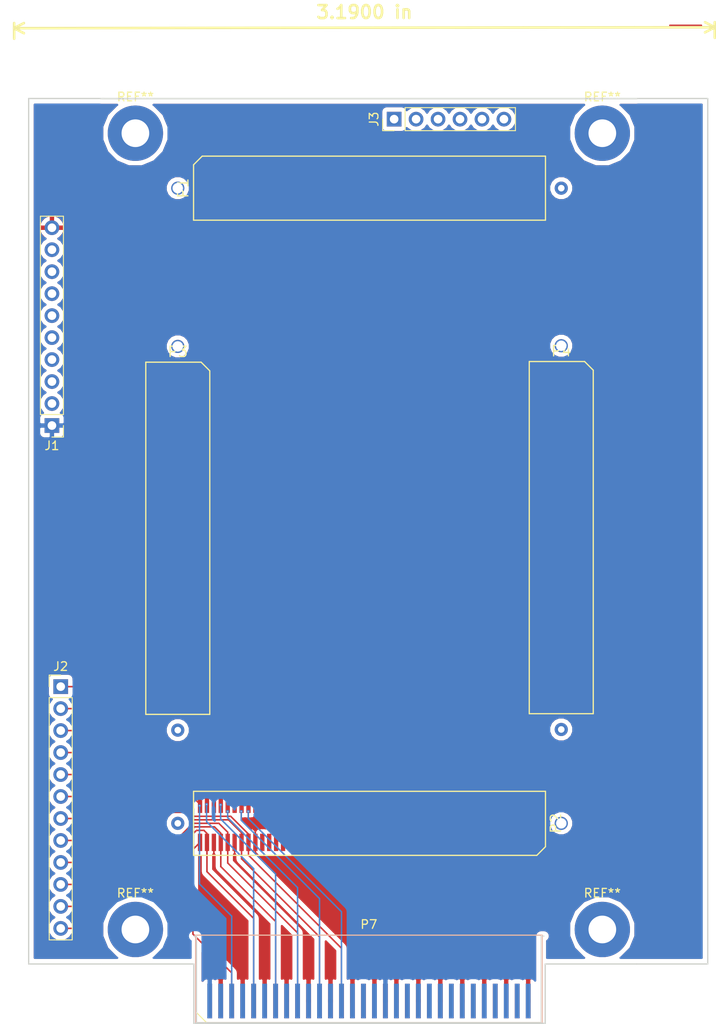
<source format=kicad_pcb>
(kicad_pcb (version 4) (host pcbnew 4.0.7)
  (layers (0 F.Cu signal) (31 B.Cu signal) (34 B.Paste user hide) (35 F.Paste user) (36 B.SilkS user hide) (37 F.SilkS user) (38 B.Mask user hide) (39 F.Mask user) (44 Edge.Cuts user))
  (net 0 "")
  (net 1 "Net-(P1-Pad100)")
  (net 2 "Net-(P1-Pad99)")
  (net 3 "Net-(P1-Pad98)")
  (net 4 "Net-(P1-Pad97)")
  (net 5 GND)
  (net 6 "Net-(P3-Pad20)")
  (net 7 "Net-(P4-Pad10)")
  (net 8 "Net-(P4-Pad82)")
  (net 9 "Net-(P4-Pad81)")
  (net 10 +5V)
  (net 11 PWR_ENABLE)
  (net 12 FPGA_VBATT)
  (net 13 JX_VCCO_12)
  (net 14 JX_VCCO_33_34)
  (net 15 JX_VCCO_13)
  (net 16 3V3_I2C)
  (net 17 JX_MGTAVCC)
  (net 18 JX_MGTAVTT)
  (net 19 MIO15)
  (net 20 MIO10)
  (net 21 MIO13)
  (net 22 MIO14)
  (net 23 MIO0)
  (net 24 MIO48)
  (net 25 MIO51)
  (net 26 MIO49)
  (net 27 MIO47)
  (net 28 MIO46)
  (net 29 MIO11)
  (net 30 MIO12)
  (net 31 USB_ID)
  (net 32 USB_OTG_P)
  (net 33 USB_OTG_N)
  (net 34 USB_OTG_CPEN)
  (net 35 USB_VBUS_OTG)
  (net 36 "Net-(J3-Pad6)")
  (net 37 "Net-(P1-Pad1)")
  (net 38 "Net-(P1-Pad2)")
  (net 39 "Net-(P1-Pad3)")
  (net 40 "Net-(P1-Pad4)")
  (net 41 "Net-(P1-Pad8)")
  (net 42 "Net-(P1-Pad10)")
  (net 43 "Net-(P1-Pad13)")
  (net 44 "Net-(P1-Pad14)")
  (net 45 "Net-(P1-Pad15)")
  (net 46 "Net-(P1-Pad16)")
  (net 47 "Net-(P1-Pad19)")
  (net 48 "Net-(P1-Pad20)")
  (net 49 "Net-(P1-Pad21)")
  (net 50 "Net-(P1-Pad22)")
  (net 51 "Net-(P1-Pad25)")
  (net 52 "Net-(P1-Pad26)")
  (net 53 "Net-(P1-Pad27)")
  (net 54 "Net-(P1-Pad28)")
  (net 55 "Net-(P1-Pad31)")
  (net 56 "Net-(P1-Pad33)")
  (net 57 "Net-(P1-Pad34)")
  (net 58 "Net-(P1-Pad36)")
  (net 59 "Net-(P1-Pad37)")
  (net 60 "Net-(P1-Pad38)")
  (net 61 "Net-(P1-Pad39)")
  (net 62 "Net-(P1-Pad41)")
  (net 63 "Net-(P1-Pad42)")
  (net 64 "Net-(P1-Pad43)")
  (net 65 "Net-(P1-Pad44)")
  (net 66 "Net-(P1-Pad47)")
  (net 67 "Net-(P1-Pad48)")
  (net 68 "Net-(P1-Pad51)")
  (net 69 "Net-(P1-Pad52)")
  (net 70 "Net-(P1-Pad53)")
  (net 71 "Net-(P1-Pad54)")
  (net 72 "Net-(P1-Pad57)")
  (net 73 "Net-(P1-Pad58)")
  (net 74 "Net-(P1-Pad59)")
  (net 75 "Net-(P1-Pad60)")
  (net 76 "Net-(P1-Pad64)")
  (net 77 "Net-(P1-Pad66)")
  (net 78 "Net-(P1-Pad73)")
  (net 79 "Net-(P1-Pad74)")
  (net 80 "Net-(P1-Pad75)")
  (net 81 "Net-(P1-Pad76)")
  (net 82 "Net-(P1-Pad79)")
  (net 83 "Net-(P1-Pad80)")
  (net 84 "Net-(P1-Pad81)")
  (net 85 "Net-(P1-Pad82)")
  (net 86 "Net-(P1-Pad85)")
  (net 87 "Net-(P1-Pad86)")
  (net 88 "Net-(P1-Pad87)")
  (net 89 "Net-(P1-Pad88)")
  (net 90 "Net-(P1-Pad91)")
  (net 91 "Net-(P1-Pad92)")
  (net 92 "Net-(P1-Pad93)")
  (net 93 "Net-(P1-Pad94)")
  (net 94 GPO_0)
  (net 95 GPO_1)
  (net 96 GPO_2)
  (net 97 GPO_3)
  (net 98 "Net-(P2-Pad7)")
  (net 99 "Net-(P2-Pad8)")
  (net 100 "Net-(P2-Pad9)")
  (net 101 "Net-(P2-Pad10)")
  (net 102 "Net-(P2-Pad13)")
  (net 103 "Net-(P2-Pad14)")
  (net 104 "Net-(P2-Pad15)")
  (net 105 "Net-(P2-Pad16)")
  (net 106 "Net-(P2-Pad19)")
  (net 107 "Net-(P2-Pad20)")
  (net 108 "Net-(P2-Pad21)")
  (net 109 "Net-(P2-Pad22)")
  (net 110 "Net-(P2-Pad25)")
  (net 111 "Net-(P2-Pad26)")
  (net 112 "Net-(P2-Pad27)")
  (net 113 "Net-(P2-Pad28)")
  (net 114 "Net-(P2-Pad31)")
  (net 115 "Net-(P2-Pad32)")
  (net 116 "Net-(P2-Pad33)")
  (net 117 "Net-(P2-Pad34)")
  (net 118 "Net-(P2-Pad35)")
  (net 119 "Net-(P2-Pad36)")
  (net 120 "Net-(P2-Pad37)")
  (net 121 "Net-(P2-Pad38)")
  (net 122 "Net-(P2-Pad41)")
  (net 123 "Net-(P2-Pad42)")
  (net 124 "Net-(P2-Pad43)")
  (net 125 "Net-(P2-Pad44)")
  (net 126 "Net-(P2-Pad45)")
  (net 127 "Net-(P2-Pad46)")
  (net 128 "Net-(P2-Pad47)")
  (net 129 "Net-(P2-Pad48)")
  (net 130 "Net-(P2-Pad51)")
  (net 131 "Net-(P2-Pad52)")
  (net 132 "Net-(P2-Pad53)")
  (net 133 "Net-(P2-Pad54)")
  (net 134 "Net-(P2-Pad57)")
  (net 135 "Net-(P2-Pad58)")
  (net 136 "Net-(P2-Pad59)")
  (net 137 "Net-(P2-Pad60)")
  (net 138 "Net-(P2-Pad63)")
  (net 139 "Net-(P2-Pad64)")
  (net 140 "Net-(P2-Pad67)")
  (net 141 "Net-(P2-Pad68)")
  (net 142 "Net-(P2-Pad69)")
  (net 143 "Net-(P2-Pad70)")
  (net 144 "Net-(P2-Pad73)")
  (net 145 "Net-(P2-Pad74)")
  (net 146 "Net-(P2-Pad75)")
  (net 147 "Net-(P2-Pad76)")
  (net 148 "Net-(P2-Pad77)")
  (net 149 "Net-(P2-Pad78)")
  (net 150 "Net-(P2-Pad79)")
  (net 151 "Net-(P2-Pad80)")
  (net 152 "Net-(P2-Pad82)")
  (net 153 JTAG_TCK)
  (net 154 JTAG_TMS)
  (net 155 JTAG_TDO)
  (net 156 JTAG_TDI)
  (net 157 Carrier_Reset)
  (net 158 "Net-(P3-Pad8)")
  (net 159 IO_00_33_JX1)
  (net 160 "Net-(P3-Pad10)")
  (net 161 IO_L16_33_JX1_P)
  (net 162 "Net-(P3-Pad12)")
  (net 163 IO_L16_33_JX1_N)
  (net 164 "Net-(P3-Pad14)")
  (net 165 IO_L18_33_JX1_P)
  (net 166 "Net-(P3-Pad18)")
  (net 167 IO_L18_33_JX1_N)
  (net 168 IO_L20_33_JX1_P)
  (net 169 "Net-(P3-Pad24)")
  (net 170 IO_L20_33_JX1_N)
  (net 171 "Net-(P3-Pad26)")
  (net 172 IO_L22_33_JX1_P)
  (net 173 "Net-(P3-Pad30)")
  (net 174 IO_L22_33_JX1_N)
  (net 175 "Net-(P3-Pad32)")
  (net 176 IO_L01_33_JX1_P)
  (net 177 "Net-(P3-Pad36)")
  (net 178 IO_L01_33_JX1_N)
  (net 179 "Net-(P3-Pad38)")
  (net 180 "Net-(P3-Pad41)")
  (net 181 "Net-(P3-Pad42)")
  (net 182 "Net-(P3-Pad43)")
  (net 183 "Net-(P3-Pad44)")
  (net 184 "Net-(P3-Pad47)")
  (net 185 "Net-(P3-Pad48)")
  (net 186 "Net-(P3-Pad49)")
  (net 187 "Net-(P3-Pad50)")
  (net 188 "Net-(P3-Pad53)")
  (net 189 "Net-(P3-Pad54)")
  (net 190 "Net-(P3-Pad55)")
  (net 191 "Net-(P3-Pad56)")
  (net 192 "Net-(P3-Pad61)")
  (net 193 "Net-(P3-Pad62)")
  (net 194 "Net-(P3-Pad63)")
  (net 195 "Net-(P3-Pad64)")
  (net 196 "Net-(P3-Pad67)")
  (net 197 "Net-(P3-Pad68)")
  (net 198 "Net-(P3-Pad69)")
  (net 199 "Net-(P3-Pad70)")
  (net 200 "Net-(P3-Pad73)")
  (net 201 "Net-(P3-Pad74)")
  (net 202 "Net-(P3-Pad75)")
  (net 203 "Net-(P3-Pad76)")
  (net 204 "Net-(P3-Pad81)")
  (net 205 "Net-(P3-Pad82)")
  (net 206 "Net-(P3-Pad83)")
  (net 207 "Net-(P3-Pad84)")
  (net 208 "Net-(P3-Pad87)")
  (net 209 "Net-(P3-Pad88)")
  (net 210 "Net-(P3-Pad89)")
  (net 211 "Net-(P3-Pad90)")
  (net 212 "Net-(P3-Pad91)")
  (net 213 "Net-(P3-Pad92)")
  (net 214 "Net-(P3-Pad93)")
  (net 215 "Net-(P3-Pad94)")
  (net 216 "Net-(P3-Pad97)")
  (net 217 "Net-(P3-Pad98)")
  (net 218 "Net-(P3-Pad99)")
  (net 219 "Net-(P3-Pad100)")
  (net 220 "Net-(P4-Pad1)")
  (net 221 "Net-(P4-Pad2)")
  (net 222 "Net-(P4-Pad3)")
  (net 223 "Net-(P4-Pad4)")
  (net 224 "Net-(P4-Pad5)")
  (net 225 "Net-(P4-Pad6)")
  (net 226 "Net-(P4-Pad7)")
  (net 227 "Net-(P4-Pad8)")
  (net 228 "Net-(P4-Pad9)")
  (net 229 "Net-(P4-Pad11)")
  (net 230 "Net-(P4-Pad13)")
  (net 231 "Net-(P4-Pad14)")
  (net 232 "Net-(P4-Pad17)")
  (net 233 "Net-(P4-Pad18)")
  (net 234 "Net-(P4-Pad19)")
  (net 235 "Net-(P4-Pad20)")
  (net 236 "Net-(P4-Pad23)")
  (net 237 "Net-(P4-Pad24)")
  (net 238 "Net-(P4-Pad25)")
  (net 239 "Net-(P4-Pad26)")
  (net 240 "Net-(P4-Pad29)")
  (net 241 "Net-(P4-Pad30)")
  (net 242 "Net-(P4-Pad31)")
  (net 243 "Net-(P4-Pad32)")
  (net 244 "Net-(P4-Pad35)")
  (net 245 "Net-(P4-Pad36)")
  (net 246 "Net-(P4-Pad37)")
  (net 247 "Net-(P4-Pad38)")
  (net 248 "Net-(P4-Pad41)")
  (net 249 "Net-(P4-Pad42)")
  (net 250 "Net-(P4-Pad43)")
  (net 251 "Net-(P4-Pad44)")
  (net 252 "Net-(P4-Pad47)")
  (net 253 "Net-(P4-Pad48)")
  (net 254 "Net-(P4-Pad49)")
  (net 255 "Net-(P4-Pad50)")
  (net 256 "Net-(P4-Pad53)")
  (net 257 "Net-(P4-Pad54)")
  (net 258 "Net-(P4-Pad55)")
  (net 259 "Net-(P4-Pad56)")
  (net 260 "Net-(P4-Pad61)")
  (net 261 "Net-(P4-Pad62)")
  (net 262 "Net-(P4-Pad63)")
  (net 263 "Net-(P4-Pad64)")
  (net 264 "Net-(P4-Pad67)")
  (net 265 "Net-(P4-Pad68)")
  (net 266 "Net-(P4-Pad69)")
  (net 267 "Net-(P4-Pad70)")
  (net 268 "Net-(P4-Pad73)")
  (net 269 "Net-(P4-Pad74)")
  (net 270 "Net-(P4-Pad75)")
  (net 271 "Net-(P4-Pad76)")
  (net 272 "Net-(P4-Pad83)")
  (net 273 "Net-(P4-Pad84)")
  (net 274 "Net-(P4-Pad87)")
  (net 275 "Net-(P4-Pad88)")
  (net 276 "Net-(P4-Pad89)")
  (net 277 "Net-(P4-Pad90)")
  (net 278 "Net-(P4-Pad93)")
  (net 279 "Net-(P4-Pad94)")
  (net 280 "Net-(P4-Pad95)")
  (net 281 "Net-(P4-Pad96)")
  (net 282 "Net-(P4-Pad97)")
  (net 283 "Net-(P4-Pad99)")
  (net 284 "Net-(P4-Pad100)")
  (net 285 "Net-(P7-Pad29)")
  (net 286 "Net-(P7-Pad37)")
  (net 287 "Net-(P7-Pad41)")
  (net 288 "Net-(P7-Pad45)")
  (net 289 "Net-(P7-Pad49)")
  (net 290 "Net-(P7-Pad53)")
  (net 291 "Net-(P7-Pad58)")
  (net 292 "Net-(P7-Pad30)")
  (net 293 "Net-(P7-Pad38)")
  (net 294 "Net-(P7-Pad42)")
  (net 295 "Net-(P7-Pad46)")
  (net 296 "Net-(P7-Pad50)")
  (net 297 "Net-(P7-Pad54)")
  (module Project:BERGSTAK_100_PIN1_RIGHT (layer F.Cu) (at 142.8242 114.046 270)
    (fp_text reference P4 (at -21.55 0 360) (layer F.SilkS) (effects (font (size 1.2 1.2))))
    (fp_text value CONN_02X50)
    (pad 1 smd rect (at -19.6 -2.2 270) (size 0.5 2) (layers F.Cu F.Paste F.Mask) (net 220 "Net-(P4-Pad1)"))
    (pad 2 smd rect (at -19.6 2.2 270) (size 0.5 2) (layers F.Cu F.Paste F.Mask) (net 221 "Net-(P4-Pad2)"))
    (pad 3 smd rect (at -18.8 -2.2 270) (size 0.5 2) (layers F.Cu F.Paste F.Mask) (net 222 "Net-(P4-Pad3)"))
    (pad 4 smd rect (at -18.8 2.2 270) (size 0.5 2) (layers F.Cu F.Paste F.Mask) (net 223 "Net-(P4-Pad4)"))
    (pad 5 smd rect (at -18 -2.2 270) (size 0.5 2) (layers F.Cu F.Paste F.Mask) (net 224 "Net-(P4-Pad5)"))
    (pad 6 smd rect (at -18 2.2 270) (size 0.5 2) (layers F.Cu F.Paste F.Mask) (net 225 "Net-(P4-Pad6)"))
    (pad 7 smd rect (at -17.2 -2.2 270) (size 0.5 2) (layers F.Cu F.Paste F.Mask) (net 226 "Net-(P4-Pad7)"))
    (pad 8 smd rect (at -17.2 2.2 270) (size 0.5 2) (layers F.Cu F.Paste F.Mask) (net 227 "Net-(P4-Pad8)"))
    (pad 9 smd rect (at -16.4 -2.2 270) (size 0.5 2) (layers F.Cu F.Paste F.Mask) (net 228 "Net-(P4-Pad9)"))
    (pad 10 smd rect (at -16.4 2.2 270) (size 0.5 2) (layers F.Cu F.Paste F.Mask) (net 7 "Net-(P4-Pad10)"))
    (pad 11 smd rect (at -15.6 -2.2 270) (size 0.5 2) (layers F.Cu F.Paste F.Mask) (net 229 "Net-(P4-Pad11)"))
    (pad 12 smd rect (at -15.6 2.2 270) (size 0.5 2) (layers F.Cu F.Paste F.Mask) (net 10 +5V))
    (pad 13 smd rect (at -14.8 -2.2 270) (size 0.5 2) (layers F.Cu F.Paste F.Mask) (net 230 "Net-(P4-Pad13)"))
    (pad 14 smd rect (at -14.8 2.2 270) (size 0.5 2) (layers F.Cu F.Paste F.Mask) (net 231 "Net-(P4-Pad14)"))
    (pad 15 smd rect (at -14 -2.2 270) (size 0.5 2) (layers F.Cu F.Paste F.Mask) (net 5 GND))
    (pad 16 smd rect (at -14 2.2 270) (size 0.5 2) (layers F.Cu F.Paste F.Mask) (net 5 GND))
    (pad 17 smd rect (at -13.2 -2.2 270) (size 0.5 2) (layers F.Cu F.Paste F.Mask) (net 232 "Net-(P4-Pad17)"))
    (pad 18 smd rect (at -13.2 2.2 270) (size 0.5 2) (layers F.Cu F.Paste F.Mask) (net 233 "Net-(P4-Pad18)"))
    (pad 19 smd rect (at -12.4 -2.2 270) (size 0.5 2) (layers F.Cu F.Paste F.Mask) (net 234 "Net-(P4-Pad19)"))
    (pad 20 smd rect (at -12.4 2.2 270) (size 0.5 2) (layers F.Cu F.Paste F.Mask) (net 235 "Net-(P4-Pad20)"))
    (pad 21 smd rect (at -11.6 -2.2 270) (size 0.5 2) (layers F.Cu F.Paste F.Mask) (net 5 GND))
    (pad 22 smd rect (at -11.6 2.2 270) (size 0.5 2) (layers F.Cu F.Paste F.Mask) (net 5 GND))
    (pad 23 smd rect (at -10.8 -2.2 270) (size 0.5 2) (layers F.Cu F.Paste F.Mask) (net 236 "Net-(P4-Pad23)"))
    (pad 24 smd rect (at -10.8 2.2 270) (size 0.5 2) (layers F.Cu F.Paste F.Mask) (net 237 "Net-(P4-Pad24)"))
    (pad 25 smd rect (at -10 -2.2 270) (size 0.5 2) (layers F.Cu F.Paste F.Mask) (net 238 "Net-(P4-Pad25)"))
    (pad 26 smd rect (at -10 2.2 270) (size 0.5 2) (layers F.Cu F.Paste F.Mask) (net 239 "Net-(P4-Pad26)"))
    (pad 27 smd rect (at -9.2 -2.2 270) (size 0.5 2) (layers F.Cu F.Paste F.Mask) (net 5 GND))
    (pad 28 smd rect (at -9.2 2.2 270) (size 0.5 2) (layers F.Cu F.Paste F.Mask) (net 5 GND))
    (pad 29 smd rect (at -8.4 -2.2 270) (size 0.5 2) (layers F.Cu F.Paste F.Mask) (net 240 "Net-(P4-Pad29)"))
    (pad 30 smd rect (at -8.4 2.2 270) (size 0.5 2) (layers F.Cu F.Paste F.Mask) (net 241 "Net-(P4-Pad30)"))
    (pad 31 smd rect (at -7.6 -2.2 270) (size 0.5 2) (layers F.Cu F.Paste F.Mask) (net 242 "Net-(P4-Pad31)"))
    (pad 32 smd rect (at -7.6 2.2 270) (size 0.5 2) (layers F.Cu F.Paste F.Mask) (net 243 "Net-(P4-Pad32)"))
    (pad 33 smd rect (at -6.8 -2.2 270) (size 0.5 2) (layers F.Cu F.Paste F.Mask) (net 5 GND))
    (pad 34 smd rect (at -6.8 2.2 270) (size 0.5 2) (layers F.Cu F.Paste F.Mask) (net 5 GND))
    (pad 35 smd rect (at -6 -2.2 270) (size 0.5 2) (layers F.Cu F.Paste F.Mask) (net 244 "Net-(P4-Pad35)"))
    (pad 36 smd rect (at -6 2.2 270) (size 0.5 2) (layers F.Cu F.Paste F.Mask) (net 245 "Net-(P4-Pad36)"))
    (pad 37 smd rect (at -5.2 -2.2 270) (size 0.5 2) (layers F.Cu F.Paste F.Mask) (net 246 "Net-(P4-Pad37)"))
    (pad 38 smd rect (at -5.2 2.2 270) (size 0.5 2) (layers F.Cu F.Paste F.Mask) (net 247 "Net-(P4-Pad38)"))
    (pad 39 smd rect (at -4.4 -2.2 270) (size 0.5 2) (layers F.Cu F.Paste F.Mask) (net 5 GND))
    (pad 40 smd rect (at -4.4 2.2 270) (size 0.5 2) (layers F.Cu F.Paste F.Mask) (net 5 GND))
    (pad 41 smd rect (at -3.6 -2.2 270) (size 0.5 2) (layers F.Cu F.Paste F.Mask) (net 248 "Net-(P4-Pad41)"))
    (pad 42 smd rect (at -3.6 2.2 270) (size 0.5 2) (layers F.Cu F.Paste F.Mask) (net 249 "Net-(P4-Pad42)"))
    (pad 43 smd rect (at -2.8 -2.2 270) (size 0.5 2) (layers F.Cu F.Paste F.Mask) (net 250 "Net-(P4-Pad43)"))
    (pad 44 smd rect (at -2.8 2.2 270) (size 0.5 2) (layers F.Cu F.Paste F.Mask) (net 251 "Net-(P4-Pad44)"))
    (pad 45 smd rect (at -2 -2.2 270) (size 0.5 2) (layers F.Cu F.Paste F.Mask) (net 5 GND))
    (pad 46 smd rect (at -2 2.2 270) (size 0.5 2) (layers F.Cu F.Paste F.Mask) (net 5 GND))
    (pad 47 smd rect (at -1.2 -2.2 270) (size 0.5 2) (layers F.Cu F.Paste F.Mask) (net 252 "Net-(P4-Pad47)"))
    (pad 48 smd rect (at -1.2 2.2 270) (size 0.5 2) (layers F.Cu F.Paste F.Mask) (net 253 "Net-(P4-Pad48)"))
    (pad 49 smd rect (at -0.4 -2.2 270) (size 0.5 2) (layers F.Cu F.Paste F.Mask) (net 254 "Net-(P4-Pad49)"))
    (pad 50 smd rect (at -0.4 2.2 270) (size 0.5 2) (layers F.Cu F.Paste F.Mask) (net 255 "Net-(P4-Pad50)"))
    (pad 51 smd rect (at 0.4 -2.2 270) (size 0.5 2) (layers F.Cu F.Paste F.Mask) (net 5 GND))
    (pad 52 smd rect (at 0.4 2.2 270) (size 0.5 2) (layers F.Cu F.Paste F.Mask) (net 5 GND))
    (pad 53 smd rect (at 1.2 -2.2 270) (size 0.5 2) (layers F.Cu F.Paste F.Mask) (net 256 "Net-(P4-Pad53)"))
    (pad 54 smd rect (at 1.2 2.2 270) (size 0.5 2) (layers F.Cu F.Paste F.Mask) (net 257 "Net-(P4-Pad54)"))
    (pad 55 smd rect (at 2 -2.2 270) (size 0.5 2) (layers F.Cu F.Paste F.Mask) (net 258 "Net-(P4-Pad55)"))
    (pad 56 smd rect (at 2 2.2 270) (size 0.5 2) (layers F.Cu F.Paste F.Mask) (net 259 "Net-(P4-Pad56)"))
    (pad 57 smd rect (at 2.8 -2.2 270) (size 0.5 2) (layers F.Cu F.Paste F.Mask) (net 10 +5V))
    (pad 58 smd rect (at 2.8 2.2 270) (size 0.5 2) (layers F.Cu F.Paste F.Mask) (net 10 +5V))
    (pad 59 smd rect (at 3.6 -2.2 270) (size 0.5 2) (layers F.Cu F.Paste F.Mask) (net 10 +5V))
    (pad 60 smd rect (at 3.6 2.2 270) (size 0.5 2) (layers F.Cu F.Paste F.Mask) (net 10 +5V))
    (pad 61 smd rect (at 4.4 -2.2 270) (size 0.5 2) (layers F.Cu F.Paste F.Mask) (net 260 "Net-(P4-Pad61)"))
    (pad 62 smd rect (at 4.4 2.2 270) (size 0.5 2) (layers F.Cu F.Paste F.Mask) (net 261 "Net-(P4-Pad62)"))
    (pad 63 smd rect (at 5.2 -2.2 270) (size 0.5 2) (layers F.Cu F.Paste F.Mask) (net 262 "Net-(P4-Pad63)"))
    (pad 64 smd rect (at 5.2 2.2 270) (size 0.5 2) (layers F.Cu F.Paste F.Mask) (net 263 "Net-(P4-Pad64)"))
    (pad 65 smd rect (at 6 -2.2 270) (size 0.5 2) (layers F.Cu F.Paste F.Mask) (net 5 GND))
    (pad 66 smd rect (at 6 2.2 270) (size 0.5 2) (layers F.Cu F.Paste F.Mask) (net 5 GND))
    (pad 67 smd rect (at 6.8 -2.2 270) (size 0.5 2) (layers F.Cu F.Paste F.Mask) (net 264 "Net-(P4-Pad67)"))
    (pad 68 smd rect (at 6.8 2.2 270) (size 0.5 2) (layers F.Cu F.Paste F.Mask) (net 265 "Net-(P4-Pad68)"))
    (pad 69 smd rect (at 7.6 -2.2 270) (size 0.5 2) (layers F.Cu F.Paste F.Mask) (net 266 "Net-(P4-Pad69)"))
    (pad 70 smd rect (at 7.6 2.2 270) (size 0.5 2) (layers F.Cu F.Paste F.Mask) (net 267 "Net-(P4-Pad70)"))
    (pad 71 smd rect (at 8.4 -2.2 270) (size 0.5 2) (layers F.Cu F.Paste F.Mask) (net 5 GND))
    (pad 72 smd rect (at 8.4 2.2 270) (size 0.5 2) (layers F.Cu F.Paste F.Mask) (net 5 GND))
    (pad 73 smd rect (at 9.2 -2.2 270) (size 0.5 2) (layers F.Cu F.Paste F.Mask) (net 268 "Net-(P4-Pad73)"))
    (pad 74 smd rect (at 9.2 2.2 270) (size 0.5 2) (layers F.Cu F.Paste F.Mask) (net 269 "Net-(P4-Pad74)"))
    (pad 75 smd rect (at 10 -2.2 270) (size 0.5 2) (layers F.Cu F.Paste F.Mask) (net 270 "Net-(P4-Pad75)"))
    (pad 76 smd rect (at 10 2.2 270) (size 0.5 2) (layers F.Cu F.Paste F.Mask) (net 271 "Net-(P4-Pad76)"))
    (pad 77 smd rect (at 10.8 -2.2 270) (size 0.5 2) (layers F.Cu F.Paste F.Mask) (net 5 GND))
    (pad 78 smd rect (at 10.8 2.2 270) (size 0.5 2) (layers F.Cu F.Paste F.Mask) (net 14 JX_VCCO_33_34))
    (pad 79 smd rect (at 11.6 -2.2 270) (size 0.5 2) (layers F.Cu F.Paste F.Mask) (net 14 JX_VCCO_33_34))
    (pad 80 smd rect (at 11.6 2.2 270) (size 0.5 2) (layers F.Cu F.Paste F.Mask) (net 14 JX_VCCO_33_34))
    (pad 81 smd rect (at 12.4 -2.2 270) (size 0.5 2) (layers F.Cu F.Paste F.Mask) (net 9 "Net-(P4-Pad81)"))
    (pad 82 smd rect (at 12.4 2.2 270) (size 0.5 2) (layers F.Cu F.Paste F.Mask) (net 8 "Net-(P4-Pad82)"))
    (pad 83 smd rect (at 13.2 -2.2 270) (size 0.5 2) (layers F.Cu F.Paste F.Mask) (net 272 "Net-(P4-Pad83)"))
    (pad 84 smd rect (at 13.2 2.2 270) (size 0.5 2) (layers F.Cu F.Paste F.Mask) (net 273 "Net-(P4-Pad84)"))
    (pad 85 smd rect (at 14 -2.2 270) (size 0.5 2) (layers F.Cu F.Paste F.Mask) (net 5 GND))
    (pad 86 smd rect (at 14 2.2 270) (size 0.5 2) (layers F.Cu F.Paste F.Mask) (net 5 GND))
    (pad 87 smd rect (at 14.8 -2.2 270) (size 0.5 2) (layers F.Cu F.Paste F.Mask) (net 274 "Net-(P4-Pad87)"))
    (pad 88 smd rect (at 14.8 2.2 270) (size 0.5 2) (layers F.Cu F.Paste F.Mask) (net 275 "Net-(P4-Pad88)"))
    (pad 89 smd rect (at 15.6 -2.2 270) (size 0.5 2) (layers F.Cu F.Paste F.Mask) (net 276 "Net-(P4-Pad89)"))
    (pad 90 smd rect (at 15.6 2.2 270) (size 0.5 2) (layers F.Cu F.Paste F.Mask) (net 277 "Net-(P4-Pad90)"))
    (pad 91 smd rect (at 16.4 -2.2 270) (size 0.5 2) (layers F.Cu F.Paste F.Mask) (net 5 GND))
    (pad 92 smd rect (at 16.4 2.2 270) (size 0.5 2) (layers F.Cu F.Paste F.Mask) (net 5 GND))
    (pad 93 smd rect (at 17.2 -2.2 270) (size 0.5 2) (layers F.Cu F.Paste F.Mask) (net 278 "Net-(P4-Pad93)"))
    (pad 94 smd rect (at 17.2 2.2 270) (size 0.5 2) (layers F.Cu F.Paste F.Mask) (net 279 "Net-(P4-Pad94)"))
    (pad 95 smd rect (at 18 -2.2 270) (size 0.5 2) (layers F.Cu F.Paste F.Mask) (net 280 "Net-(P4-Pad95)"))
    (pad 96 smd rect (at 18 2.2 270) (size 0.5 2) (layers F.Cu F.Paste F.Mask) (net 281 "Net-(P4-Pad96)"))
    (pad 97 smd rect (at 18.8 -2.2 270) (size 0.5 2) (layers F.Cu F.Paste F.Mask) (net 282 "Net-(P4-Pad97)"))
    (pad 98 smd rect (at 18.8 2.2 270) (size 0.5 2) (layers F.Cu F.Paste F.Mask) (net 15 JX_VCCO_13))
    (pad 99 smd rect (at 19.6 -2.2 270) (size 0.5 2) (layers F.Cu F.Paste F.Mask) (net 283 "Net-(P4-Pad99)"))
    (pad 100 smd rect (at 19.6 2.2 270) (size 0.5 2) (layers F.Cu F.Paste F.Mask) (net 284 "Net-(P4-Pad100)"))
    (pad 2 thru_hole circle (at 22.1742 0 270) (size 1.524 1.524) (drill 0.762) (layers *.Cu *.Mask) (net 221 "Net-(P4-Pad2)"))
    (pad "" thru_hole circle (at -22.1742 0 270) (size 1.524 1.524) (drill 1.2) (layers *.Cu *.Mask))
  )
  (module Project:BERGSTAK_100_PIN1_RIGHT (layer F.Cu) (at 98.4758 114.1222 270)
    (fp_text reference P3 (at -21.55 0 360) (layer F.SilkS) (effects (font (size 1.2 1.2))))
    (fp_text value CONN_02X50)
    (pad 1 smd rect (at -19.6 -2.2 270) (size 0.5 2) (layers F.Cu F.Paste F.Mask) (net 153 JTAG_TCK))
    (pad 2 smd rect (at -19.6 2.2 270) (size 0.5 2) (layers F.Cu F.Paste F.Mask) (net 154 JTAG_TMS))
    (pad 3 smd rect (at -18.8 -2.2 270) (size 0.5 2) (layers F.Cu F.Paste F.Mask) (net 155 JTAG_TDO))
    (pad 4 smd rect (at -18.8 2.2 270) (size 0.5 2) (layers F.Cu F.Paste F.Mask) (net 156 JTAG_TDI))
    (pad 5 smd rect (at -18 -2.2 270) (size 0.5 2) (layers F.Cu F.Paste F.Mask) (net 11 PWR_ENABLE))
    (pad 6 smd rect (at -18 2.2 270) (size 0.5 2) (layers F.Cu F.Paste F.Mask) (net 157 Carrier_Reset))
    (pad 7 smd rect (at -17.2 -2.2 270) (size 0.5 2) (layers F.Cu F.Paste F.Mask) (net 12 FPGA_VBATT))
    (pad 8 smd rect (at -17.2 2.2 270) (size 0.5 2) (layers F.Cu F.Paste F.Mask) (net 158 "Net-(P3-Pad8)"))
    (pad 9 smd rect (at -16.4 -2.2 270) (size 0.5 2) (layers F.Cu F.Paste F.Mask) (net 159 IO_00_33_JX1))
    (pad 10 smd rect (at -16.4 2.2 270) (size 0.5 2) (layers F.Cu F.Paste F.Mask) (net 160 "Net-(P3-Pad10)"))
    (pad 11 smd rect (at -15.6 -2.2 270) (size 0.5 2) (layers F.Cu F.Paste F.Mask) (net 161 IO_L16_33_JX1_P))
    (pad 12 smd rect (at -15.6 2.2 270) (size 0.5 2) (layers F.Cu F.Paste F.Mask) (net 162 "Net-(P3-Pad12)"))
    (pad 13 smd rect (at -14.8 -2.2 270) (size 0.5 2) (layers F.Cu F.Paste F.Mask) (net 163 IO_L16_33_JX1_N))
    (pad 14 smd rect (at -14.8 2.2 270) (size 0.5 2) (layers F.Cu F.Paste F.Mask) (net 164 "Net-(P3-Pad14)"))
    (pad 15 smd rect (at -14 -2.2 270) (size 0.5 2) (layers F.Cu F.Paste F.Mask) (net 5 GND))
    (pad 16 smd rect (at -14 2.2 270) (size 0.5 2) (layers F.Cu F.Paste F.Mask) (net 5 GND))
    (pad 17 smd rect (at -13.2 -2.2 270) (size 0.5 2) (layers F.Cu F.Paste F.Mask) (net 165 IO_L18_33_JX1_P))
    (pad 18 smd rect (at -13.2 2.2 270) (size 0.5 2) (layers F.Cu F.Paste F.Mask) (net 166 "Net-(P3-Pad18)"))
    (pad 19 smd rect (at -12.4 -2.2 270) (size 0.5 2) (layers F.Cu F.Paste F.Mask) (net 167 IO_L18_33_JX1_N))
    (pad 20 smd rect (at -12.4 2.2 270) (size 0.5 2) (layers F.Cu F.Paste F.Mask) (net 6 "Net-(P3-Pad20)"))
    (pad 21 smd rect (at -11.6 -2.2 270) (size 0.5 2) (layers F.Cu F.Paste F.Mask) (net 5 GND))
    (pad 22 smd rect (at -11.6 2.2 270) (size 0.5 2) (layers F.Cu F.Paste F.Mask) (net 5 GND))
    (pad 23 smd rect (at -10.8 -2.2 270) (size 0.5 2) (layers F.Cu F.Paste F.Mask) (net 168 IO_L20_33_JX1_P))
    (pad 24 smd rect (at -10.8 2.2 270) (size 0.5 2) (layers F.Cu F.Paste F.Mask) (net 169 "Net-(P3-Pad24)"))
    (pad 25 smd rect (at -10 -2.2 270) (size 0.5 2) (layers F.Cu F.Paste F.Mask) (net 170 IO_L20_33_JX1_N))
    (pad 26 smd rect (at -10 2.2 270) (size 0.5 2) (layers F.Cu F.Paste F.Mask) (net 171 "Net-(P3-Pad26)"))
    (pad 27 smd rect (at -9.2 -2.2 270) (size 0.5 2) (layers F.Cu F.Paste F.Mask) (net 5 GND))
    (pad 28 smd rect (at -9.2 2.2 270) (size 0.5 2) (layers F.Cu F.Paste F.Mask) (net 5 GND))
    (pad 29 smd rect (at -8.4 -2.2 270) (size 0.5 2) (layers F.Cu F.Paste F.Mask) (net 172 IO_L22_33_JX1_P))
    (pad 30 smd rect (at -8.4 2.2 270) (size 0.5 2) (layers F.Cu F.Paste F.Mask) (net 173 "Net-(P3-Pad30)"))
    (pad 31 smd rect (at -7.6 -2.2 270) (size 0.5 2) (layers F.Cu F.Paste F.Mask) (net 174 IO_L22_33_JX1_N))
    (pad 32 smd rect (at -7.6 2.2 270) (size 0.5 2) (layers F.Cu F.Paste F.Mask) (net 175 "Net-(P3-Pad32)"))
    (pad 33 smd rect (at -6.8 -2.2 270) (size 0.5 2) (layers F.Cu F.Paste F.Mask) (net 5 GND))
    (pad 34 smd rect (at -6.8 2.2 270) (size 0.5 2) (layers F.Cu F.Paste F.Mask) (net 5 GND))
    (pad 35 smd rect (at -6 -2.2 270) (size 0.5 2) (layers F.Cu F.Paste F.Mask) (net 176 IO_L01_33_JX1_P))
    (pad 36 smd rect (at -6 2.2 270) (size 0.5 2) (layers F.Cu F.Paste F.Mask) (net 177 "Net-(P3-Pad36)"))
    (pad 37 smd rect (at -5.2 -2.2 270) (size 0.5 2) (layers F.Cu F.Paste F.Mask) (net 178 IO_L01_33_JX1_N))
    (pad 38 smd rect (at -5.2 2.2 270) (size 0.5 2) (layers F.Cu F.Paste F.Mask) (net 179 "Net-(P3-Pad38)"))
    (pad 39 smd rect (at -4.4 -2.2 270) (size 0.5 2) (layers F.Cu F.Paste F.Mask) (net 5 GND))
    (pad 40 smd rect (at -4.4 2.2 270) (size 0.5 2) (layers F.Cu F.Paste F.Mask) (net 5 GND))
    (pad 41 smd rect (at -3.6 -2.2 270) (size 0.5 2) (layers F.Cu F.Paste F.Mask) (net 180 "Net-(P3-Pad41)"))
    (pad 42 smd rect (at -3.6 2.2 270) (size 0.5 2) (layers F.Cu F.Paste F.Mask) (net 181 "Net-(P3-Pad42)"))
    (pad 43 smd rect (at -2.8 -2.2 270) (size 0.5 2) (layers F.Cu F.Paste F.Mask) (net 182 "Net-(P3-Pad43)"))
    (pad 44 smd rect (at -2.8 2.2 270) (size 0.5 2) (layers F.Cu F.Paste F.Mask) (net 183 "Net-(P3-Pad44)"))
    (pad 45 smd rect (at -2 -2.2 270) (size 0.5 2) (layers F.Cu F.Paste F.Mask) (net 5 GND))
    (pad 46 smd rect (at -2 2.2 270) (size 0.5 2) (layers F.Cu F.Paste F.Mask) (net 5 GND))
    (pad 47 smd rect (at -1.2 -2.2 270) (size 0.5 2) (layers F.Cu F.Paste F.Mask) (net 184 "Net-(P3-Pad47)"))
    (pad 48 smd rect (at -1.2 2.2 270) (size 0.5 2) (layers F.Cu F.Paste F.Mask) (net 185 "Net-(P3-Pad48)"))
    (pad 49 smd rect (at -0.4 -2.2 270) (size 0.5 2) (layers F.Cu F.Paste F.Mask) (net 186 "Net-(P3-Pad49)"))
    (pad 50 smd rect (at -0.4 2.2 270) (size 0.5 2) (layers F.Cu F.Paste F.Mask) (net 187 "Net-(P3-Pad50)"))
    (pad 51 smd rect (at 0.4 -2.2 270) (size 0.5 2) (layers F.Cu F.Paste F.Mask) (net 5 GND))
    (pad 52 smd rect (at 0.4 2.2 270) (size 0.5 2) (layers F.Cu F.Paste F.Mask) (net 5 GND))
    (pad 53 smd rect (at 1.2 -2.2 270) (size 0.5 2) (layers F.Cu F.Paste F.Mask) (net 188 "Net-(P3-Pad53)"))
    (pad 54 smd rect (at 1.2 2.2 270) (size 0.5 2) (layers F.Cu F.Paste F.Mask) (net 189 "Net-(P3-Pad54)"))
    (pad 55 smd rect (at 2 -2.2 270) (size 0.5 2) (layers F.Cu F.Paste F.Mask) (net 190 "Net-(P3-Pad55)"))
    (pad 56 smd rect (at 2 2.2 270) (size 0.5 2) (layers F.Cu F.Paste F.Mask) (net 191 "Net-(P3-Pad56)"))
    (pad 57 smd rect (at 2.8 -2.2 270) (size 0.5 2) (layers F.Cu F.Paste F.Mask) (net 10 +5V))
    (pad 58 smd rect (at 2.8 2.2 270) (size 0.5 2) (layers F.Cu F.Paste F.Mask) (net 10 +5V))
    (pad 59 smd rect (at 3.6 -2.2 270) (size 0.5 2) (layers F.Cu F.Paste F.Mask) (net 10 +5V))
    (pad 60 smd rect (at 3.6 2.2 270) (size 0.5 2) (layers F.Cu F.Paste F.Mask) (net 10 +5V))
    (pad 61 smd rect (at 4.4 -2.2 270) (size 0.5 2) (layers F.Cu F.Paste F.Mask) (net 192 "Net-(P3-Pad61)"))
    (pad 62 smd rect (at 4.4 2.2 270) (size 0.5 2) (layers F.Cu F.Paste F.Mask) (net 193 "Net-(P3-Pad62)"))
    (pad 63 smd rect (at 5.2 -2.2 270) (size 0.5 2) (layers F.Cu F.Paste F.Mask) (net 194 "Net-(P3-Pad63)"))
    (pad 64 smd rect (at 5.2 2.2 270) (size 0.5 2) (layers F.Cu F.Paste F.Mask) (net 195 "Net-(P3-Pad64)"))
    (pad 65 smd rect (at 6 -2.2 270) (size 0.5 2) (layers F.Cu F.Paste F.Mask) (net 5 GND))
    (pad 66 smd rect (at 6 2.2 270) (size 0.5 2) (layers F.Cu F.Paste F.Mask) (net 5 GND))
    (pad 67 smd rect (at 6.8 -2.2 270) (size 0.5 2) (layers F.Cu F.Paste F.Mask) (net 196 "Net-(P3-Pad67)"))
    (pad 68 smd rect (at 6.8 2.2 270) (size 0.5 2) (layers F.Cu F.Paste F.Mask) (net 197 "Net-(P3-Pad68)"))
    (pad 69 smd rect (at 7.6 -2.2 270) (size 0.5 2) (layers F.Cu F.Paste F.Mask) (net 198 "Net-(P3-Pad69)"))
    (pad 70 smd rect (at 7.6 2.2 270) (size 0.5 2) (layers F.Cu F.Paste F.Mask) (net 199 "Net-(P3-Pad70)"))
    (pad 71 smd rect (at 8.4 -2.2 270) (size 0.5 2) (layers F.Cu F.Paste F.Mask) (net 5 GND))
    (pad 72 smd rect (at 8.4 2.2 270) (size 0.5 2) (layers F.Cu F.Paste F.Mask) (net 5 GND))
    (pad 73 smd rect (at 9.2 -2.2 270) (size 0.5 2) (layers F.Cu F.Paste F.Mask) (net 200 "Net-(P3-Pad73)"))
    (pad 74 smd rect (at 9.2 2.2 270) (size 0.5 2) (layers F.Cu F.Paste F.Mask) (net 201 "Net-(P3-Pad74)"))
    (pad 75 smd rect (at 10 -2.2 270) (size 0.5 2) (layers F.Cu F.Paste F.Mask) (net 202 "Net-(P3-Pad75)"))
    (pad 76 smd rect (at 10 2.2 270) (size 0.5 2) (layers F.Cu F.Paste F.Mask) (net 203 "Net-(P3-Pad76)"))
    (pad 77 smd rect (at 10.8 -2.2 270) (size 0.5 2) (layers F.Cu F.Paste F.Mask) (net 5 GND))
    (pad 78 smd rect (at 10.8 2.2 270) (size 0.5 2) (layers F.Cu F.Paste F.Mask) (net 13 JX_VCCO_12))
    (pad 79 smd rect (at 11.6 -2.2 270) (size 0.5 2) (layers F.Cu F.Paste F.Mask) (net 13 JX_VCCO_12))
    (pad 80 smd rect (at 11.6 2.2 270) (size 0.5 2) (layers F.Cu F.Paste F.Mask) (net 13 JX_VCCO_12))
    (pad 81 smd rect (at 12.4 -2.2 270) (size 0.5 2) (layers F.Cu F.Paste F.Mask) (net 204 "Net-(P3-Pad81)"))
    (pad 82 smd rect (at 12.4 2.2 270) (size 0.5 2) (layers F.Cu F.Paste F.Mask) (net 205 "Net-(P3-Pad82)"))
    (pad 83 smd rect (at 13.2 -2.2 270) (size 0.5 2) (layers F.Cu F.Paste F.Mask) (net 206 "Net-(P3-Pad83)"))
    (pad 84 smd rect (at 13.2 2.2 270) (size 0.5 2) (layers F.Cu F.Paste F.Mask) (net 207 "Net-(P3-Pad84)"))
    (pad 85 smd rect (at 14 -2.2 270) (size 0.5 2) (layers F.Cu F.Paste F.Mask) (net 5 GND))
    (pad 86 smd rect (at 14 2.2 270) (size 0.5 2) (layers F.Cu F.Paste F.Mask) (net 5 GND))
    (pad 87 smd rect (at 14.8 -2.2 270) (size 0.5 2) (layers F.Cu F.Paste F.Mask) (net 208 "Net-(P3-Pad87)"))
    (pad 88 smd rect (at 14.8 2.2 270) (size 0.5 2) (layers F.Cu F.Paste F.Mask) (net 209 "Net-(P3-Pad88)"))
    (pad 89 smd rect (at 15.6 -2.2 270) (size 0.5 2) (layers F.Cu F.Paste F.Mask) (net 210 "Net-(P3-Pad89)"))
    (pad 90 smd rect (at 15.6 2.2 270) (size 0.5 2) (layers F.Cu F.Paste F.Mask) (net 211 "Net-(P3-Pad90)"))
    (pad 91 smd rect (at 16.4 -2.2 270) (size 0.5 2) (layers F.Cu F.Paste F.Mask) (net 212 "Net-(P3-Pad91)"))
    (pad 92 smd rect (at 16.4 2.2 270) (size 0.5 2) (layers F.Cu F.Paste F.Mask) (net 213 "Net-(P3-Pad92)"))
    (pad 93 smd rect (at 17.2 -2.2 270) (size 0.5 2) (layers F.Cu F.Paste F.Mask) (net 214 "Net-(P3-Pad93)"))
    (pad 94 smd rect (at 17.2 2.2 270) (size 0.5 2) (layers F.Cu F.Paste F.Mask) (net 215 "Net-(P3-Pad94)"))
    (pad 95 smd rect (at 18 -2.2 270) (size 0.5 2) (layers F.Cu F.Paste F.Mask) (net 5 GND))
    (pad 96 smd rect (at 18 2.2 270) (size 0.5 2) (layers F.Cu F.Paste F.Mask) (net 5 GND))
    (pad 97 smd rect (at 18.8 -2.2 270) (size 0.5 2) (layers F.Cu F.Paste F.Mask) (net 216 "Net-(P3-Pad97)"))
    (pad 98 smd rect (at 18.8 2.2 270) (size 0.5 2) (layers F.Cu F.Paste F.Mask) (net 217 "Net-(P3-Pad98)"))
    (pad 99 smd rect (at 19.6 -2.2 270) (size 0.5 2) (layers F.Cu F.Paste F.Mask) (net 218 "Net-(P3-Pad99)"))
    (pad 100 smd rect (at 19.6 2.2 270) (size 0.5 2) (layers F.Cu F.Paste F.Mask) (net 219 "Net-(P3-Pad100)"))
    (pad 2 thru_hole circle (at 22.1742 0 270) (size 1.524 1.524) (drill 0.762) (layers *.Cu *.Mask) (net 154 JTAG_TMS))
    (pad "" thru_hole circle (at -22.1742 0 270) (size 1.524 1.524) (drill 1.2) (layers *.Cu *.Mask))
  )
  (module Project:BERGSTAK_100_PIN1_RIGHT (layer F.Cu) (at 120.65 147.066 180)
    (fp_text reference P2 (at -21.55 0 270) (layer F.SilkS) (effects (font (size 1.2 1.2))))
    (fp_text value CONN_02X50)
    (pad 1 smd rect (at -19.6 -2.2 180) (size 0.5 2) (layers F.Cu F.Paste F.Mask) (net 94 GPO_0))
    (pad 2 smd rect (at -19.6 2.2 180) (size 0.5 2) (layers F.Cu F.Paste F.Mask) (net 95 GPO_1))
    (pad 3 smd rect (at -18.8 -2.2 180) (size 0.5 2) (layers F.Cu F.Paste F.Mask) (net 96 GPO_2))
    (pad 4 smd rect (at -18.8 2.2 180) (size 0.5 2) (layers F.Cu F.Paste F.Mask) (net 97 GPO_3))
    (pad 5 smd rect (at -18 -2.2 180) (size 0.5 2) (layers F.Cu F.Paste F.Mask) (net 5 GND))
    (pad 6 smd rect (at -18 2.2 180) (size 0.5 2) (layers F.Cu F.Paste F.Mask) (net 5 GND))
    (pad 7 smd rect (at -17.2 -2.2 180) (size 0.5 2) (layers F.Cu F.Paste F.Mask) (net 98 "Net-(P2-Pad7)"))
    (pad 8 smd rect (at -17.2 2.2 180) (size 0.5 2) (layers F.Cu F.Paste F.Mask) (net 99 "Net-(P2-Pad8)"))
    (pad 9 smd rect (at -16.4 -2.2 180) (size 0.5 2) (layers F.Cu F.Paste F.Mask) (net 100 "Net-(P2-Pad9)"))
    (pad 10 smd rect (at -16.4 2.2 180) (size 0.5 2) (layers F.Cu F.Paste F.Mask) (net 101 "Net-(P2-Pad10)"))
    (pad 11 smd rect (at -15.6 -2.2 180) (size 0.5 2) (layers F.Cu F.Paste F.Mask) (net 5 GND))
    (pad 12 smd rect (at -15.6 2.2 180) (size 0.5 2) (layers F.Cu F.Paste F.Mask) (net 5 GND))
    (pad 13 smd rect (at -14.8 -2.2 180) (size 0.5 2) (layers F.Cu F.Paste F.Mask) (net 102 "Net-(P2-Pad13)"))
    (pad 14 smd rect (at -14.8 2.2 180) (size 0.5 2) (layers F.Cu F.Paste F.Mask) (net 103 "Net-(P2-Pad14)"))
    (pad 15 smd rect (at -14 -2.2 180) (size 0.5 2) (layers F.Cu F.Paste F.Mask) (net 104 "Net-(P2-Pad15)"))
    (pad 16 smd rect (at -14 2.2 180) (size 0.5 2) (layers F.Cu F.Paste F.Mask) (net 105 "Net-(P2-Pad16)"))
    (pad 17 smd rect (at -13.2 -2.2 180) (size 0.5 2) (layers F.Cu F.Paste F.Mask) (net 5 GND))
    (pad 18 smd rect (at -13.2 2.2 180) (size 0.5 2) (layers F.Cu F.Paste F.Mask) (net 5 GND))
    (pad 19 smd rect (at -12.4 -2.2 180) (size 0.5 2) (layers F.Cu F.Paste F.Mask) (net 106 "Net-(P2-Pad19)"))
    (pad 20 smd rect (at -12.4 2.2 180) (size 0.5 2) (layers F.Cu F.Paste F.Mask) (net 107 "Net-(P2-Pad20)"))
    (pad 21 smd rect (at -11.6 -2.2 180) (size 0.5 2) (layers F.Cu F.Paste F.Mask) (net 108 "Net-(P2-Pad21)"))
    (pad 22 smd rect (at -11.6 2.2 180) (size 0.5 2) (layers F.Cu F.Paste F.Mask) (net 109 "Net-(P2-Pad22)"))
    (pad 23 smd rect (at -10.8 -2.2 180) (size 0.5 2) (layers F.Cu F.Paste F.Mask) (net 5 GND))
    (pad 24 smd rect (at -10.8 2.2 180) (size 0.5 2) (layers F.Cu F.Paste F.Mask) (net 5 GND))
    (pad 25 smd rect (at -10 -2.2 180) (size 0.5 2) (layers F.Cu F.Paste F.Mask) (net 110 "Net-(P2-Pad25)"))
    (pad 26 smd rect (at -10 2.2 180) (size 0.5 2) (layers F.Cu F.Paste F.Mask) (net 111 "Net-(P2-Pad26)"))
    (pad 27 smd rect (at -9.2 -2.2 180) (size 0.5 2) (layers F.Cu F.Paste F.Mask) (net 112 "Net-(P2-Pad27)"))
    (pad 28 smd rect (at -9.2 2.2 180) (size 0.5 2) (layers F.Cu F.Paste F.Mask) (net 113 "Net-(P2-Pad28)"))
    (pad 29 smd rect (at -8.4 -2.2 180) (size 0.5 2) (layers F.Cu F.Paste F.Mask) (net 5 GND))
    (pad 30 smd rect (at -8.4 2.2 180) (size 0.5 2) (layers F.Cu F.Paste F.Mask) (net 5 GND))
    (pad 31 smd rect (at -7.6 -2.2 180) (size 0.5 2) (layers F.Cu F.Paste F.Mask) (net 114 "Net-(P2-Pad31)"))
    (pad 32 smd rect (at -7.6 2.2 180) (size 0.5 2) (layers F.Cu F.Paste F.Mask) (net 115 "Net-(P2-Pad32)"))
    (pad 33 smd rect (at -6.8 -2.2 180) (size 0.5 2) (layers F.Cu F.Paste F.Mask) (net 116 "Net-(P2-Pad33)"))
    (pad 34 smd rect (at -6.8 2.2 180) (size 0.5 2) (layers F.Cu F.Paste F.Mask) (net 117 "Net-(P2-Pad34)"))
    (pad 35 smd rect (at -6 -2.2 180) (size 0.5 2) (layers F.Cu F.Paste F.Mask) (net 118 "Net-(P2-Pad35)"))
    (pad 36 smd rect (at -6 2.2 180) (size 0.5 2) (layers F.Cu F.Paste F.Mask) (net 119 "Net-(P2-Pad36)"))
    (pad 37 smd rect (at -5.2 -2.2 180) (size 0.5 2) (layers F.Cu F.Paste F.Mask) (net 120 "Net-(P2-Pad37)"))
    (pad 38 smd rect (at -5.2 2.2 180) (size 0.5 2) (layers F.Cu F.Paste F.Mask) (net 121 "Net-(P2-Pad38)"))
    (pad 39 smd rect (at -4.4 -2.2 180) (size 0.5 2) (layers F.Cu F.Paste F.Mask) (net 5 GND))
    (pad 40 smd rect (at -4.4 2.2 180) (size 0.5 2) (layers F.Cu F.Paste F.Mask) (net 5 GND))
    (pad 41 smd rect (at -3.6 -2.2 180) (size 0.5 2) (layers F.Cu F.Paste F.Mask) (net 122 "Net-(P2-Pad41)"))
    (pad 42 smd rect (at -3.6 2.2 180) (size 0.5 2) (layers F.Cu F.Paste F.Mask) (net 123 "Net-(P2-Pad42)"))
    (pad 43 smd rect (at -2.8 -2.2 180) (size 0.5 2) (layers F.Cu F.Paste F.Mask) (net 124 "Net-(P2-Pad43)"))
    (pad 44 smd rect (at -2.8 2.2 180) (size 0.5 2) (layers F.Cu F.Paste F.Mask) (net 125 "Net-(P2-Pad44)"))
    (pad 45 smd rect (at -2 -2.2 180) (size 0.5 2) (layers F.Cu F.Paste F.Mask) (net 126 "Net-(P2-Pad45)"))
    (pad 46 smd rect (at -2 2.2 180) (size 0.5 2) (layers F.Cu F.Paste F.Mask) (net 127 "Net-(P2-Pad46)"))
    (pad 47 smd rect (at -1.2 -2.2 180) (size 0.5 2) (layers F.Cu F.Paste F.Mask) (net 128 "Net-(P2-Pad47)"))
    (pad 48 smd rect (at -1.2 2.2 180) (size 0.5 2) (layers F.Cu F.Paste F.Mask) (net 129 "Net-(P2-Pad48)"))
    (pad 49 smd rect (at -0.4 -2.2 180) (size 0.5 2) (layers F.Cu F.Paste F.Mask) (net 5 GND))
    (pad 50 smd rect (at -0.4 2.2 180) (size 0.5 2) (layers F.Cu F.Paste F.Mask) (net 5 GND))
    (pad 51 smd rect (at 0.4 -2.2 180) (size 0.5 2) (layers F.Cu F.Paste F.Mask) (net 130 "Net-(P2-Pad51)"))
    (pad 52 smd rect (at 0.4 2.2 180) (size 0.5 2) (layers F.Cu F.Paste F.Mask) (net 131 "Net-(P2-Pad52)"))
    (pad 53 smd rect (at 1.2 -2.2 180) (size 0.5 2) (layers F.Cu F.Paste F.Mask) (net 132 "Net-(P2-Pad53)"))
    (pad 54 smd rect (at 1.2 2.2 180) (size 0.5 2) (layers F.Cu F.Paste F.Mask) (net 133 "Net-(P2-Pad54)"))
    (pad 55 smd rect (at 2 -2.2 180) (size 0.5 2) (layers F.Cu F.Paste F.Mask) (net 5 GND))
    (pad 56 smd rect (at 2 2.2 180) (size 0.5 2) (layers F.Cu F.Paste F.Mask) (net 5 GND))
    (pad 57 smd rect (at 2.8 -2.2 180) (size 0.5 2) (layers F.Cu F.Paste F.Mask) (net 134 "Net-(P2-Pad57)"))
    (pad 58 smd rect (at 2.8 2.2 180) (size 0.5 2) (layers F.Cu F.Paste F.Mask) (net 135 "Net-(P2-Pad58)"))
    (pad 59 smd rect (at 3.6 -2.2 180) (size 0.5 2) (layers F.Cu F.Paste F.Mask) (net 136 "Net-(P2-Pad59)"))
    (pad 60 smd rect (at 3.6 2.2 180) (size 0.5 2) (layers F.Cu F.Paste F.Mask) (net 137 "Net-(P2-Pad60)"))
    (pad 61 smd rect (at 4.4 -2.2 180) (size 0.5 2) (layers F.Cu F.Paste F.Mask) (net 5 GND))
    (pad 62 smd rect (at 4.4 2.2 180) (size 0.5 2) (layers F.Cu F.Paste F.Mask) (net 5 GND))
    (pad 63 smd rect (at 5.2 -2.2 180) (size 0.5 2) (layers F.Cu F.Paste F.Mask) (net 138 "Net-(P2-Pad63)"))
    (pad 64 smd rect (at 5.2 2.2 180) (size 0.5 2) (layers F.Cu F.Paste F.Mask) (net 139 "Net-(P2-Pad64)"))
    (pad 65 smd rect (at 6 -2.2 180) (size 0.5 2) (layers F.Cu F.Paste F.Mask) (net 5 GND))
    (pad 66 smd rect (at 6 2.2 180) (size 0.5 2) (layers F.Cu F.Paste F.Mask) (net 5 GND))
    (pad 67 smd rect (at 6.8 -2.2 180) (size 0.5 2) (layers F.Cu F.Paste F.Mask) (net 140 "Net-(P2-Pad67)"))
    (pad 68 smd rect (at 6.8 2.2 180) (size 0.5 2) (layers F.Cu F.Paste F.Mask) (net 141 "Net-(P2-Pad68)"))
    (pad 69 smd rect (at 7.6 -2.2 180) (size 0.5 2) (layers F.Cu F.Paste F.Mask) (net 142 "Net-(P2-Pad69)"))
    (pad 70 smd rect (at 7.6 2.2 180) (size 0.5 2) (layers F.Cu F.Paste F.Mask) (net 143 "Net-(P2-Pad70)"))
    (pad 71 smd rect (at 8.4 -2.2 180) (size 0.5 2) (layers F.Cu F.Paste F.Mask) (net 5 GND))
    (pad 72 smd rect (at 8.4 2.2 180) (size 0.5 2) (layers F.Cu F.Paste F.Mask) (net 5 GND))
    (pad 73 smd rect (at 9.2 -2.2 180) (size 0.5 2) (layers F.Cu F.Paste F.Mask) (net 144 "Net-(P2-Pad73)"))
    (pad 74 smd rect (at 9.2 2.2 180) (size 0.5 2) (layers F.Cu F.Paste F.Mask) (net 145 "Net-(P2-Pad74)"))
    (pad 75 smd rect (at 10 -2.2 180) (size 0.5 2) (layers F.Cu F.Paste F.Mask) (net 146 "Net-(P2-Pad75)"))
    (pad 76 smd rect (at 10 2.2 180) (size 0.5 2) (layers F.Cu F.Paste F.Mask) (net 147 "Net-(P2-Pad76)"))
    (pad 77 smd rect (at 10.8 -2.2 180) (size 0.5 2) (layers F.Cu F.Paste F.Mask) (net 148 "Net-(P2-Pad77)"))
    (pad 78 smd rect (at 10.8 2.2 180) (size 0.5 2) (layers F.Cu F.Paste F.Mask) (net 149 "Net-(P2-Pad78)"))
    (pad 79 smd rect (at 11.6 -2.2 180) (size 0.5 2) (layers F.Cu F.Paste F.Mask) (net 150 "Net-(P2-Pad79)"))
    (pad 80 smd rect (at 11.6 2.2 180) (size 0.5 2) (layers F.Cu F.Paste F.Mask) (net 151 "Net-(P2-Pad80)"))
    (pad 81 smd rect (at 12.4 -2.2 180) (size 0.5 2) (layers F.Cu F.Paste F.Mask) (net 16 3V3_I2C))
    (pad 82 smd rect (at 12.4 2.2 180) (size 0.5 2) (layers F.Cu F.Paste F.Mask) (net 152 "Net-(P2-Pad82)"))
    (pad 83 smd rect (at 13.2 -2.2 180) (size 0.5 2) (layers F.Cu F.Paste F.Mask) (net 5 GND))
    (pad 84 smd rect (at 13.2 2.2 180) (size 0.5 2) (layers F.Cu F.Paste F.Mask) (net 5 GND))
    (pad 85 smd rect (at 14 -2.2 180) (size 0.5 2) (layers F.Cu F.Paste F.Mask) (net 19 MIO15))
    (pad 86 smd rect (at 14 2.2 180) (size 0.5 2) (layers F.Cu F.Paste F.Mask) (net 30 MIO12))
    (pad 87 smd rect (at 14.8 -2.2 180) (size 0.5 2) (layers F.Cu F.Paste F.Mask) (net 20 MIO10))
    (pad 88 smd rect (at 14.8 2.2 180) (size 0.5 2) (layers F.Cu F.Paste F.Mask) (net 29 MIO11))
    (pad 89 smd rect (at 15.6 -2.2 180) (size 0.5 2) (layers F.Cu F.Paste F.Mask) (net 5 GND))
    (pad 90 smd rect (at 15.6 2.2 180) (size 0.5 2) (layers F.Cu F.Paste F.Mask) (net 5 GND))
    (pad 91 smd rect (at 16.4 -2.2 180) (size 0.5 2) (layers F.Cu F.Paste F.Mask) (net 21 MIO13))
    (pad 92 smd rect (at 16.4 2.2 180) (size 0.5 2) (layers F.Cu F.Paste F.Mask) (net 28 MIO46))
    (pad 93 smd rect (at 17.2 -2.2 180) (size 0.5 2) (layers F.Cu F.Paste F.Mask) (net 22 MIO14))
    (pad 94 smd rect (at 17.2 2.2 180) (size 0.5 2) (layers F.Cu F.Paste F.Mask) (net 27 MIO47))
    (pad 95 smd rect (at 18 -2.2 180) (size 0.5 2) (layers F.Cu F.Paste F.Mask) (net 5 GND))
    (pad 96 smd rect (at 18 2.2 180) (size 0.5 2) (layers F.Cu F.Paste F.Mask) (net 5 GND))
    (pad 97 smd rect (at 18.8 -2.2 180) (size 0.5 2) (layers F.Cu F.Paste F.Mask) (net 23 MIO0))
    (pad 98 smd rect (at 18.8 2.2 180) (size 0.5 2) (layers F.Cu F.Paste F.Mask) (net 26 MIO49))
    (pad 99 smd rect (at 19.6 -2.2 180) (size 0.5 2) (layers F.Cu F.Paste F.Mask) (net 24 MIO48))
    (pad 100 smd rect (at 19.6 2.2 180) (size 0.5 2) (layers F.Cu F.Paste F.Mask) (net 25 MIO51))
    (pad 2 thru_hole circle (at 22.1742 0 180) (size 1.524 1.524) (drill 0.762) (layers *.Cu *.Mask) (net 95 GPO_1))
    (pad "" thru_hole circle (at -22.1742 0 180) (size 1.524 1.524) (drill 1.2) (layers *.Cu *.Mask))
  )
  (module Project:BERGSTAK_100_PIN1_RIGHT (layer F.Cu) (at 120.65 73.66)
    (fp_text reference P1 (at -21.55 0 90) (layer F.SilkS) (effects (font (size 1.2 1.2))))
    (fp_text value CONN_02X50)
    (pad 1 smd rect (at -19.6 -2.2) (size 0.5 2) (layers F.Cu F.Paste F.Mask) (net 37 "Net-(P1-Pad1)"))
    (pad 2 smd rect (at -19.6 2.2) (size 0.5 2) (layers F.Cu F.Paste F.Mask) (net 38 "Net-(P1-Pad2)"))
    (pad 3 smd rect (at -18.8 -2.2) (size 0.5 2) (layers F.Cu F.Paste F.Mask) (net 39 "Net-(P1-Pad3)"))
    (pad 4 smd rect (at -18.8 2.2) (size 0.5 2) (layers F.Cu F.Paste F.Mask) (net 40 "Net-(P1-Pad4)"))
    (pad 5 smd rect (at -18 -2.2) (size 0.5 2) (layers F.Cu F.Paste F.Mask) (net 17 JX_MGTAVCC))
    (pad 6 smd rect (at -18 2.2) (size 0.5 2) (layers F.Cu F.Paste F.Mask) (net 5 GND))
    (pad 7 smd rect (at -17.2 -2.2) (size 0.5 2) (layers F.Cu F.Paste F.Mask) (net 17 JX_MGTAVCC))
    (pad 8 smd rect (at -17.2 2.2) (size 0.5 2) (layers F.Cu F.Paste F.Mask) (net 41 "Net-(P1-Pad8)"))
    (pad 9 smd rect (at -16.4 -2.2) (size 0.5 2) (layers F.Cu F.Paste F.Mask) (net 17 JX_MGTAVCC))
    (pad 10 smd rect (at -16.4 2.2) (size 0.5 2) (layers F.Cu F.Paste F.Mask) (net 42 "Net-(P1-Pad10)"))
    (pad 11 smd rect (at -15.6 -2.2) (size 0.5 2) (layers F.Cu F.Paste F.Mask) (net 17 JX_MGTAVCC))
    (pad 12 smd rect (at -15.6 2.2) (size 0.5 2) (layers F.Cu F.Paste F.Mask) (net 5 GND))
    (pad 13 smd rect (at -14.8 -2.2) (size 0.5 2) (layers F.Cu F.Paste F.Mask) (net 43 "Net-(P1-Pad13)"))
    (pad 14 smd rect (at -14.8 2.2) (size 0.5 2) (layers F.Cu F.Paste F.Mask) (net 44 "Net-(P1-Pad14)"))
    (pad 15 smd rect (at -14 -2.2) (size 0.5 2) (layers F.Cu F.Paste F.Mask) (net 45 "Net-(P1-Pad15)"))
    (pad 16 smd rect (at -14 2.2) (size 0.5 2) (layers F.Cu F.Paste F.Mask) (net 46 "Net-(P1-Pad16)"))
    (pad 17 smd rect (at -13.2 -2.2) (size 0.5 2) (layers F.Cu F.Paste F.Mask) (net 5 GND))
    (pad 18 smd rect (at -13.2 2.2) (size 0.5 2) (layers F.Cu F.Paste F.Mask) (net 5 GND))
    (pad 19 smd rect (at -12.4 -2.2) (size 0.5 2) (layers F.Cu F.Paste F.Mask) (net 47 "Net-(P1-Pad19)"))
    (pad 20 smd rect (at -12.4 2.2) (size 0.5 2) (layers F.Cu F.Paste F.Mask) (net 48 "Net-(P1-Pad20)"))
    (pad 21 smd rect (at -11.6 -2.2) (size 0.5 2) (layers F.Cu F.Paste F.Mask) (net 49 "Net-(P1-Pad21)"))
    (pad 22 smd rect (at -11.6 2.2) (size 0.5 2) (layers F.Cu F.Paste F.Mask) (net 50 "Net-(P1-Pad22)"))
    (pad 23 smd rect (at -10.8 -2.2) (size 0.5 2) (layers F.Cu F.Paste F.Mask) (net 5 GND))
    (pad 24 smd rect (at -10.8 2.2) (size 0.5 2) (layers F.Cu F.Paste F.Mask) (net 5 GND))
    (pad 25 smd rect (at -10 -2.2) (size 0.5 2) (layers F.Cu F.Paste F.Mask) (net 51 "Net-(P1-Pad25)"))
    (pad 26 smd rect (at -10 2.2) (size 0.5 2) (layers F.Cu F.Paste F.Mask) (net 52 "Net-(P1-Pad26)"))
    (pad 27 smd rect (at -9.2 -2.2) (size 0.5 2) (layers F.Cu F.Paste F.Mask) (net 53 "Net-(P1-Pad27)"))
    (pad 28 smd rect (at -9.2 2.2) (size 0.5 2) (layers F.Cu F.Paste F.Mask) (net 54 "Net-(P1-Pad28)"))
    (pad 29 smd rect (at -8.4 -2.2) (size 0.5 2) (layers F.Cu F.Paste F.Mask) (net 5 GND))
    (pad 30 smd rect (at -8.4 2.2) (size 0.5 2) (layers F.Cu F.Paste F.Mask) (net 18 JX_MGTAVTT))
    (pad 31 smd rect (at -7.6 -2.2) (size 0.5 2) (layers F.Cu F.Paste F.Mask) (net 55 "Net-(P1-Pad31)"))
    (pad 32 smd rect (at -7.6 2.2) (size 0.5 2) (layers F.Cu F.Paste F.Mask) (net 18 JX_MGTAVTT))
    (pad 33 smd rect (at -6.8 -2.2) (size 0.5 2) (layers F.Cu F.Paste F.Mask) (net 56 "Net-(P1-Pad33)"))
    (pad 34 smd rect (at -6.8 2.2) (size 0.5 2) (layers F.Cu F.Paste F.Mask) (net 57 "Net-(P1-Pad34)"))
    (pad 35 smd rect (at -6 -2.2) (size 0.5 2) (layers F.Cu F.Paste F.Mask) (net 5 GND))
    (pad 36 smd rect (at -6 2.2) (size 0.5 2) (layers F.Cu F.Paste F.Mask) (net 58 "Net-(P1-Pad36)"))
    (pad 37 smd rect (at -5.2 -2.2) (size 0.5 2) (layers F.Cu F.Paste F.Mask) (net 59 "Net-(P1-Pad37)"))
    (pad 38 smd rect (at -5.2 2.2) (size 0.5 2) (layers F.Cu F.Paste F.Mask) (net 60 "Net-(P1-Pad38)"))
    (pad 39 smd rect (at -4.4 -2.2) (size 0.5 2) (layers F.Cu F.Paste F.Mask) (net 61 "Net-(P1-Pad39)"))
    (pad 40 smd rect (at -4.4 2.2) (size 0.5 2) (layers F.Cu F.Paste F.Mask) (net 5 GND))
    (pad 41 smd rect (at -3.6 -2.2) (size 0.5 2) (layers F.Cu F.Paste F.Mask) (net 62 "Net-(P1-Pad41)"))
    (pad 42 smd rect (at -3.6 2.2) (size 0.5 2) (layers F.Cu F.Paste F.Mask) (net 63 "Net-(P1-Pad42)"))
    (pad 43 smd rect (at -2.8 -2.2) (size 0.5 2) (layers F.Cu F.Paste F.Mask) (net 64 "Net-(P1-Pad43)"))
    (pad 44 smd rect (at -2.8 2.2) (size 0.5 2) (layers F.Cu F.Paste F.Mask) (net 65 "Net-(P1-Pad44)"))
    (pad 45 smd rect (at -2 -2.2) (size 0.5 2) (layers F.Cu F.Paste F.Mask) (net 15 JX_VCCO_13))
    (pad 46 smd rect (at -2 2.2) (size 0.5 2) (layers F.Cu F.Paste F.Mask) (net 15 JX_VCCO_13))
    (pad 47 smd rect (at -1.2 -2.2) (size 0.5 2) (layers F.Cu F.Paste F.Mask) (net 66 "Net-(P1-Pad47)"))
    (pad 48 smd rect (at -1.2 2.2) (size 0.5 2) (layers F.Cu F.Paste F.Mask) (net 67 "Net-(P1-Pad48)"))
    (pad 49 smd rect (at -0.4 -2.2) (size 0.5 2) (layers F.Cu F.Paste F.Mask) (net 5 GND))
    (pad 50 smd rect (at -0.4 2.2) (size 0.5 2) (layers F.Cu F.Paste F.Mask) (net 5 GND))
    (pad 51 smd rect (at 0.4 -2.2) (size 0.5 2) (layers F.Cu F.Paste F.Mask) (net 68 "Net-(P1-Pad51)"))
    (pad 52 smd rect (at 0.4 2.2) (size 0.5 2) (layers F.Cu F.Paste F.Mask) (net 69 "Net-(P1-Pad52)"))
    (pad 53 smd rect (at 1.2 -2.2) (size 0.5 2) (layers F.Cu F.Paste F.Mask) (net 70 "Net-(P1-Pad53)"))
    (pad 54 smd rect (at 1.2 2.2) (size 0.5 2) (layers F.Cu F.Paste F.Mask) (net 71 "Net-(P1-Pad54)"))
    (pad 55 smd rect (at 2 -2.2) (size 0.5 2) (layers F.Cu F.Paste F.Mask) (net 5 GND))
    (pad 56 smd rect (at 2 2.2) (size 0.5 2) (layers F.Cu F.Paste F.Mask) (net 5 GND))
    (pad 57 smd rect (at 2.8 -2.2) (size 0.5 2) (layers F.Cu F.Paste F.Mask) (net 72 "Net-(P1-Pad57)"))
    (pad 58 smd rect (at 2.8 2.2) (size 0.5 2) (layers F.Cu F.Paste F.Mask) (net 73 "Net-(P1-Pad58)"))
    (pad 59 smd rect (at 3.6 -2.2) (size 0.5 2) (layers F.Cu F.Paste F.Mask) (net 74 "Net-(P1-Pad59)"))
    (pad 60 smd rect (at 3.6 2.2) (size 0.5 2) (layers F.Cu F.Paste F.Mask) (net 75 "Net-(P1-Pad60)"))
    (pad 61 smd rect (at 4.4 -2.2) (size 0.5 2) (layers F.Cu F.Paste F.Mask) (net 5 GND))
    (pad 62 smd rect (at 4.4 2.2) (size 0.5 2) (layers F.Cu F.Paste F.Mask) (net 5 GND))
    (pad 63 smd rect (at 5.2 -2.2) (size 0.5 2) (layers F.Cu F.Paste F.Mask) (net 31 USB_ID))
    (pad 64 smd rect (at 5.2 2.2) (size 0.5 2) (layers F.Cu F.Paste F.Mask) (net 76 "Net-(P1-Pad64)"))
    (pad 65 smd rect (at 6 -2.2) (size 0.5 2) (layers F.Cu F.Paste F.Mask) (net 5 GND))
    (pad 66 smd rect (at 6 2.2) (size 0.5 2) (layers F.Cu F.Paste F.Mask) (net 77 "Net-(P1-Pad66)"))
    (pad 67 smd rect (at 6.8 -2.2) (size 0.5 2) (layers F.Cu F.Paste F.Mask) (net 32 USB_OTG_P))
    (pad 68 smd rect (at 6.8 2.2) (size 0.5 2) (layers F.Cu F.Paste F.Mask) (net 35 USB_VBUS_OTG))
    (pad 69 smd rect (at 7.6 -2.2) (size 0.5 2) (layers F.Cu F.Paste F.Mask) (net 33 USB_OTG_N))
    (pad 70 smd rect (at 7.6 2.2) (size 0.5 2) (layers F.Cu F.Paste F.Mask) (net 34 USB_OTG_CPEN))
    (pad 71 smd rect (at 8.4 -2.2) (size 0.5 2) (layers F.Cu F.Paste F.Mask) (net 5 GND))
    (pad 72 smd rect (at 8.4 2.2) (size 0.5 2) (layers F.Cu F.Paste F.Mask) (net 5 GND))
    (pad 73 smd rect (at 9.2 -2.2) (size 0.5 2) (layers F.Cu F.Paste F.Mask) (net 78 "Net-(P1-Pad73)"))
    (pad 74 smd rect (at 9.2 2.2) (size 0.5 2) (layers F.Cu F.Paste F.Mask) (net 79 "Net-(P1-Pad74)"))
    (pad 75 smd rect (at 10 -2.2) (size 0.5 2) (layers F.Cu F.Paste F.Mask) (net 80 "Net-(P1-Pad75)"))
    (pad 76 smd rect (at 10 2.2) (size 0.5 2) (layers F.Cu F.Paste F.Mask) (net 81 "Net-(P1-Pad76)"))
    (pad 77 smd rect (at 10.8 -2.2) (size 0.5 2) (layers F.Cu F.Paste F.Mask) (net 5 GND))
    (pad 78 smd rect (at 10.8 2.2) (size 0.5 2) (layers F.Cu F.Paste F.Mask) (net 5 GND))
    (pad 79 smd rect (at 11.6 -2.2) (size 0.5 2) (layers F.Cu F.Paste F.Mask) (net 82 "Net-(P1-Pad79)"))
    (pad 80 smd rect (at 11.6 2.2) (size 0.5 2) (layers F.Cu F.Paste F.Mask) (net 83 "Net-(P1-Pad80)"))
    (pad 81 smd rect (at 12.4 -2.2) (size 0.5 2) (layers F.Cu F.Paste F.Mask) (net 84 "Net-(P1-Pad81)"))
    (pad 82 smd rect (at 12.4 2.2) (size 0.5 2) (layers F.Cu F.Paste F.Mask) (net 85 "Net-(P1-Pad82)"))
    (pad 83 smd rect (at 13.2 -2.2) (size 0.5 2) (layers F.Cu F.Paste F.Mask) (net 5 GND))
    (pad 84 smd rect (at 13.2 2.2) (size 0.5 2) (layers F.Cu F.Paste F.Mask) (net 5 GND))
    (pad 85 smd rect (at 14 -2.2) (size 0.5 2) (layers F.Cu F.Paste F.Mask) (net 86 "Net-(P1-Pad85)"))
    (pad 86 smd rect (at 14 2.2) (size 0.5 2) (layers F.Cu F.Paste F.Mask) (net 87 "Net-(P1-Pad86)"))
    (pad 87 smd rect (at 14.8 -2.2) (size 0.5 2) (layers F.Cu F.Paste F.Mask) (net 88 "Net-(P1-Pad87)"))
    (pad 88 smd rect (at 14.8 2.2) (size 0.5 2) (layers F.Cu F.Paste F.Mask) (net 89 "Net-(P1-Pad88)"))
    (pad 89 smd rect (at 15.6 -2.2) (size 0.5 2) (layers F.Cu F.Paste F.Mask) (net 5 GND))
    (pad 90 smd rect (at 15.6 2.2) (size 0.5 2) (layers F.Cu F.Paste F.Mask) (net 5 GND))
    (pad 91 smd rect (at 16.4 -2.2) (size 0.5 2) (layers F.Cu F.Paste F.Mask) (net 90 "Net-(P1-Pad91)"))
    (pad 92 smd rect (at 16.4 2.2) (size 0.5 2) (layers F.Cu F.Paste F.Mask) (net 91 "Net-(P1-Pad92)"))
    (pad 93 smd rect (at 17.2 -2.2) (size 0.5 2) (layers F.Cu F.Paste F.Mask) (net 92 "Net-(P1-Pad93)"))
    (pad 94 smd rect (at 17.2 2.2) (size 0.5 2) (layers F.Cu F.Paste F.Mask) (net 93 "Net-(P1-Pad94)"))
    (pad 95 smd rect (at 18 -2.2) (size 0.5 2) (layers F.Cu F.Paste F.Mask) (net 5 GND))
    (pad 96 smd rect (at 18 2.2) (size 0.5 2) (layers F.Cu F.Paste F.Mask) (net 5 GND))
    (pad 97 smd rect (at 18.8 -2.2) (size 0.5 2) (layers F.Cu F.Paste F.Mask) (net 4 "Net-(P1-Pad97)"))
    (pad 98 smd rect (at 18.8 2.2) (size 0.5 2) (layers F.Cu F.Paste F.Mask) (net 3 "Net-(P1-Pad98)"))
    (pad 99 smd rect (at 19.6 -2.2) (size 0.5 2) (layers F.Cu F.Paste F.Mask) (net 2 "Net-(P1-Pad99)"))
    (pad 100 smd rect (at 19.6 2.2) (size 0.5 2) (layers F.Cu F.Paste F.Mask) (net 1 "Net-(P1-Pad100)"))
    (pad 2 thru_hole circle (at 22.1742 0) (size 1.524 1.524) (drill 0.762) (layers *.Cu *.Mask) (net 38 "Net-(P1-Pad2)"))
    (pad "" thru_hole circle (at -22.1742 0) (size 1.524 1.524) (drill 1.2) (layers *.Cu *.Mask))
  )
  (module Connectors_Samtec:MECF-30-0_-NP-L-DV_Edge (layer F.Cu) (at 120.5738 165.1)
    (fp_text reference P7 (at 0 -6.35) (layer F.SilkS))
    (fp_text value CONN_02X30)
    (fp_line (start -19.925 5) (end -19.925 -5) (layer Edge.Cuts) (width 0.12))
    (fp_line (start 19.925 5) (end 19.925 -5) (layer Edge.Cuts) (width 0.12))
    (fp_line (start -20.25 -5) (end -19.925 -5) (layer Edge.Cuts) (width 0.12))
    (fp_line (start 20.25 -5) (end 19.925 -5) (layer Edge.Cuts) (width 0.12))
    (fp_line (start -19.925 5) (end 19.925 5) (layer Edge.Cuts) (width 0.12))
    (pad 1 smd rect (at -18.405 2.5) (size 0.56 4) (layers F.Cu F.Paste F.Mask) (net 10 +5V))
    (pad 2 smd rect (at -18.405 2.5) (size 0.56 4) (layers B.Cu B.Paste B.Mask) (net 10 +5V))
    (pad 3 smd rect (at -17.135 2.5) (size 0.56 4) (layers F.Cu F.Paste F.Mask) (net 5 GND))
    (pad 4 smd rect (at -17.135 2.5) (size 0.56 4) (layers B.Cu B.Paste B.Mask) (net 5 GND))
    (pad 5 smd rect (at -15.865 2.5) (size 0.56 4) (layers F.Cu F.Paste F.Mask) (net 24 MIO48))
    (pad 6 smd rect (at -15.865 2.5) (size 0.56 4) (layers B.Cu B.Paste B.Mask) (net 25 MIO51))
    (pad 7 smd rect (at -14.595 2.5) (size 0.56 4) (layers F.Cu F.Paste F.Mask) (net 5 GND))
    (pad 8 smd rect (at -14.595 2.5) (size 0.56 4) (layers B.Cu B.Paste B.Mask) (net 5 GND))
    (pad 9 smd rect (at -13.325 2.5) (size 0.56 4) (layers F.Cu F.Paste F.Mask) (net 23 MIO0))
    (pad 10 smd rect (at -13.325 2.5) (size 0.56 4) (layers B.Cu B.Paste B.Mask) (net 26 MIO49))
    (pad 11 smd rect (at -12.055 2.5) (size 0.56 4) (layers F.Cu F.Paste F.Mask) (net 5 GND))
    (pad 12 smd rect (at -12.055 2.5) (size 0.56 4) (layers B.Cu B.Paste B.Mask) (net 5 GND))
    (pad 13 smd rect (at -10.785 2.5) (size 0.56 4) (layers F.Cu F.Paste F.Mask) (net 22 MIO14))
    (pad 14 smd rect (at -10.785 2.5) (size 0.56 4) (layers B.Cu B.Paste B.Mask) (net 27 MIO47))
    (pad 15 smd rect (at -9.515 2.5) (size 0.56 4) (layers F.Cu F.Paste F.Mask) (net 5 GND))
    (pad 16 smd rect (at -9.515 2.5) (size 0.56 4) (layers B.Cu B.Paste B.Mask) (net 5 GND))
    (pad 17 smd rect (at -8.245 2.5) (size 0.56 4) (layers F.Cu F.Paste F.Mask) (net 21 MIO13))
    (pad 18 smd rect (at -8.245 2.5) (size 0.56 4) (layers B.Cu B.Paste B.Mask) (net 28 MIO46))
    (pad 19 smd rect (at -6.975 2.5) (size 0.56 4) (layers F.Cu F.Paste F.Mask) (net 5 GND))
    (pad 20 smd rect (at -6.975 2.5) (size 0.56 4) (layers B.Cu B.Paste B.Mask) (net 5 GND))
    (pad 21 smd rect (at -5.705 2.5) (size 0.56 4) (layers F.Cu F.Paste F.Mask) (net 20 MIO10))
    (pad 22 smd rect (at -5.705 2.5) (size 0.56 4) (layers B.Cu B.Paste B.Mask) (net 29 MIO11))
    (pad 23 smd rect (at -4.435 2.5) (size 0.56 4) (layers F.Cu F.Paste F.Mask) (net 5 GND))
    (pad 24 smd rect (at -4.435 2.5) (size 0.56 4) (layers B.Cu B.Paste B.Mask) (net 5 GND))
    (pad 25 smd rect (at -3.165 2.5) (size 0.56 4) (layers F.Cu F.Paste F.Mask) (net 19 MIO15))
    (pad 26 smd rect (at -3.165 2.5) (size 0.56 4) (layers B.Cu B.Paste B.Mask) (net 30 MIO12))
    (pad 27 smd rect (at -1.895 2.5) (size 0.56 4) (layers F.Cu F.Paste F.Mask) (net 5 GND))
    (pad 28 smd rect (at -1.895 2.5) (size 0.56 4) (layers B.Cu B.Paste B.Mask) (net 5 GND))
    (pad 29 smd rect (at -0.625 2.5) (size 0.56 4) (layers F.Cu F.Paste F.Mask) (net 285 "Net-(P7-Pad29)"))
    (pad 30 smd rect (at -0.625 2.5) (size 0.56 4) (layers B.Cu B.Paste B.Mask) (net 292 "Net-(P7-Pad30)"))
    (pad 31 smd rect (at 0.645 2.5) (size 0.56 4) (layers F.Cu F.Paste F.Mask) (net 5 GND))
    (pad 32 smd rect (at 0.645 2.5) (size 0.56 4) (layers B.Cu B.Paste B.Mask) (net 5 GND))
    (pad 33 smd rect (at 1.915 2.5) (size 0.56 4) (layers F.Cu F.Paste F.Mask) (net 10 +5V))
    (pad 34 smd rect (at 1.915 2.5) (size 0.56 4) (layers B.Cu B.Paste B.Mask) (net 10 +5V))
    (pad 35 smd rect (at 3.185 2.5) (size 0.56 4) (layers F.Cu F.Paste F.Mask) (net 5 GND))
    (pad 36 smd rect (at 3.185 2.5) (size 0.56 4) (layers B.Cu B.Paste B.Mask) (net 5 GND))
    (pad 37 smd rect (at 4.455 2.5) (size 0.56 4) (layers F.Cu F.Paste F.Mask) (net 286 "Net-(P7-Pad37)"))
    (pad 38 smd rect (at 4.455 2.5) (size 0.56 4) (layers B.Cu B.Paste B.Mask) (net 293 "Net-(P7-Pad38)"))
    (pad 39 smd rect (at 5.725 2.5) (size 0.56 4) (layers F.Cu F.Paste F.Mask) (net 5 GND))
    (pad 40 smd rect (at 5.725 2.5) (size 0.56 4) (layers B.Cu B.Paste B.Mask) (net 5 GND))
    (pad 41 smd rect (at 6.995 2.5) (size 0.56 4) (layers F.Cu F.Paste F.Mask) (net 287 "Net-(P7-Pad41)"))
    (pad 42 smd rect (at 6.995 2.5) (size 0.56 4) (layers B.Cu B.Paste B.Mask) (net 294 "Net-(P7-Pad42)"))
    (pad 43 smd rect (at 8.265 2.5) (size 0.56 4) (layers F.Cu F.Paste F.Mask) (net 5 GND))
    (pad 44 smd rect (at 8.265 2.5) (size 0.56 4) (layers B.Cu B.Paste B.Mask) (net 5 GND))
    (pad 45 smd rect (at 9.535 2.5) (size 0.56 4) (layers F.Cu F.Paste F.Mask) (net 288 "Net-(P7-Pad45)"))
    (pad 46 smd rect (at 9.535 2.5) (size 0.56 4) (layers B.Cu B.Paste B.Mask) (net 295 "Net-(P7-Pad46)"))
    (pad 47 smd rect (at 10.805 2.5) (size 0.56 4) (layers F.Cu F.Paste F.Mask) (net 5 GND))
    (pad 48 smd rect (at 10.805 2.5) (size 0.56 4) (layers B.Cu B.Paste B.Mask) (net 5 GND))
    (pad 49 smd rect (at 12.075 2.5) (size 0.56 4) (layers F.Cu F.Paste F.Mask) (net 289 "Net-(P7-Pad49)"))
    (pad 50 smd rect (at 12.075 2.5) (size 0.56 4) (layers B.Cu B.Paste B.Mask) (net 296 "Net-(P7-Pad50)"))
    (pad 51 smd rect (at 13.345 2.5) (size 0.56 4) (layers F.Cu F.Paste F.Mask) (net 5 GND))
    (pad 52 smd rect (at 13.345 2.5) (size 0.56 4) (layers B.Cu B.Paste B.Mask) (net 5 GND))
    (pad 53 smd rect (at 14.615 2.5) (size 0.56 4) (layers F.Cu F.Paste F.Mask) (net 290 "Net-(P7-Pad53)"))
    (pad 54 smd rect (at 14.615 2.5) (size 0.56 4) (layers B.Cu B.Paste B.Mask) (net 297 "Net-(P7-Pad54)"))
    (pad 55 smd rect (at 15.885 2.5) (size 0.56 4) (layers F.Cu F.Paste F.Mask) (net 5 GND))
    (pad 56 smd rect (at 15.885 2.5) (size 0.56 4) (layers B.Cu B.Paste B.Mask) (net 5 GND))
    (pad 57 smd rect (at 17.155 2.5) (size 0.56 4) (layers F.Cu F.Paste F.Mask) (net 11 PWR_ENABLE))
    (pad 58 smd rect (at 17.155 2.5) (size 0.56 4) (layers B.Cu B.Paste B.Mask) (net 291 "Net-(P7-Pad58)"))
    (pad 59 smd rect (at 18.425 2.5) (size 0.56 4) (layers F.Cu F.Paste F.Mask) (net 5 GND))
    (pad 60 smd rect (at 18.425 2.5) (size 0.56 4) (layers B.Cu B.Paste B.Mask) (net 5 GND))
  )
  (module Mounting_Holes:MountingHole_3.2mm_M3_Pad (layer F.Cu) (at 93.5736 67.31)
    (fp_text reference REF** (at 0 -4.2) (layer F.SilkS))
    (fp_text value MountingHole_3.2mm_M3_Pad)
    (pad 1 thru_hole circle (at 0 0) (size 6.4 6.4) (drill 3.2) (layers *.Cu *.Mask))
  )
  (module Mounting_Holes:MountingHole_3.2mm_M3_Pad (layer F.Cu) (at 147.574 67.31)
    (fp_text reference REF** (at 0 -4.2) (layer F.SilkS))
    (fp_text value MountingHole_3.2mm_M3_Pad)
    (pad 1 thru_hole circle (at 0 0) (size 6.4 6.4) (drill 3.2) (layers *.Cu *.Mask))
  )
  (module Mounting_Holes:MountingHole_3.2mm_M3_Pad (layer F.Cu) (at 93.5736 159.3344)
    (fp_text reference REF** (at 0 -4.2) (layer F.SilkS))
    (fp_text value MountingHole_3.2mm_M3_Pad)
    (pad 1 thru_hole circle (at 0 0) (size 6.4 6.4) (drill 3.2) (layers *.Cu *.Mask))
  )
  (module Mounting_Holes:MountingHole_3.2mm_M3_Pad (layer F.Cu) (at 147.574 159.3344)
    (fp_text reference REF** (at 0 -4.2) (layer F.SilkS))
    (fp_text value MountingHole_3.2mm_M3_Pad)
    (pad 1 thru_hole circle (at 0 0) (size 6.4 6.4) (drill 3.2) (layers *.Cu *.Mask))
  )
  (module Pin_Headers:Pin_Header_Straight_1x12_Pitch2.54mm (layer F.Cu) (at 84.9376 131.2672)
    (fp_text reference J2 (at 0 -2.33) (layer F.SilkS))
    (fp_text value MIO_Breakout)
    (pad 1 thru_hole rect (at 0 0) (size 1.7 1.7) (drill 1) (layers *.Cu *.Mask) (net 30 MIO12))
    (pad 2 thru_hole oval (at 0 2.54) (size 1.7 1.7) (drill 1) (layers *.Cu *.Mask) (net 29 MIO11))
    (pad 3 thru_hole oval (at 0 5.08) (size 1.7 1.7) (drill 1) (layers *.Cu *.Mask) (net 28 MIO46))
    (pad 4 thru_hole oval (at 0 7.62) (size 1.7 1.7) (drill 1) (layers *.Cu *.Mask) (net 27 MIO47))
    (pad 5 thru_hole oval (at 0 10.16) (size 1.7 1.7) (drill 1) (layers *.Cu *.Mask) (net 26 MIO49))
    (pad 6 thru_hole oval (at 0 12.7) (size 1.7 1.7) (drill 1) (layers *.Cu *.Mask) (net 25 MIO51))
    (pad 7 thru_hole oval (at 0 15.24) (size 1.7 1.7) (drill 1) (layers *.Cu *.Mask) (net 19 MIO15))
    (pad 8 thru_hole oval (at 0 17.78) (size 1.7 1.7) (drill 1) (layers *.Cu *.Mask) (net 20 MIO10))
    (pad 9 thru_hole oval (at 0 20.32) (size 1.7 1.7) (drill 1) (layers *.Cu *.Mask) (net 21 MIO13))
    (pad 10 thru_hole oval (at 0 22.86) (size 1.7 1.7) (drill 1) (layers *.Cu *.Mask) (net 22 MIO14))
    (pad 11 thru_hole oval (at 0 25.4) (size 1.7 1.7) (drill 1) (layers *.Cu *.Mask) (net 23 MIO0))
    (pad 12 thru_hole oval (at 0 27.94) (size 1.7 1.7) (drill 1) (layers *.Cu *.Mask) (net 24 MIO48))
  )
  (module Pin_Headers:Pin_Header_Straight_1x06_Pitch2.54mm (layer F.Cu) (at 123.4948 65.6844 90)
    (fp_text reference J3 (at 0 -2.33 90) (layer F.SilkS))
    (fp_text value USB_OTG_Breakout)
    (pad 1 thru_hole rect (at 0 0 90) (size 1.7 1.7) (drill 1) (layers *.Cu *.Mask) (net 31 USB_ID))
    (pad 2 thru_hole oval (at 0 2.54 90) (size 1.7 1.7) (drill 1) (layers *.Cu *.Mask) (net 32 USB_OTG_P))
    (pad 3 thru_hole oval (at 0 5.08 90) (size 1.7 1.7) (drill 1) (layers *.Cu *.Mask) (net 33 USB_OTG_N))
    (pad 4 thru_hole oval (at 0 7.62 90) (size 1.7 1.7) (drill 1) (layers *.Cu *.Mask) (net 34 USB_OTG_CPEN))
    (pad 5 thru_hole oval (at 0 10.16 90) (size 1.7 1.7) (drill 1) (layers *.Cu *.Mask) (net 35 USB_VBUS_OTG))
    (pad 6 thru_hole oval (at 0 12.7 90) (size 1.7 1.7) (drill 1) (layers *.Cu *.Mask) (net 36 "Net-(J3-Pad6)"))
  )
  (module Pin_Headers:Pin_Header_Straight_1x10_Pitch2.54mm (layer F.Cu) (at 83.9216 101.092 180)
    (fp_text reference J1 (at 0 -2.33 180) (layer F.SilkS))
    (fp_text value Power_Breakout)
    (pad 1 thru_hole rect (at 0 0 180) (size 1.7 1.7) (drill 1) (layers *.Cu *.Mask) (net 10 +5V))
    (pad 2 thru_hole oval (at 0 2.54 180) (size 1.7 1.7) (drill 1) (layers *.Cu *.Mask) (net 11 PWR_ENABLE))
    (pad 3 thru_hole oval (at 0 5.08 180) (size 1.7 1.7) (drill 1) (layers *.Cu *.Mask) (net 12 FPGA_VBATT))
    (pad 4 thru_hole oval (at 0 7.62 180) (size 1.7 1.7) (drill 1) (layers *.Cu *.Mask) (net 13 JX_VCCO_12))
    (pad 5 thru_hole oval (at 0 10.16 180) (size 1.7 1.7) (drill 1) (layers *.Cu *.Mask) (net 14 JX_VCCO_33_34))
    (pad 6 thru_hole oval (at 0 12.7 180) (size 1.7 1.7) (drill 1) (layers *.Cu *.Mask) (net 15 JX_VCCO_13))
    (pad 7 thru_hole oval (at 0 15.24 180) (size 1.7 1.7) (drill 1) (layers *.Cu *.Mask) (net 16 3V3_I2C))
    (pad 8 thru_hole oval (at 0 17.78 180) (size 1.7 1.7) (drill 1) (layers *.Cu *.Mask) (net 17 JX_MGTAVCC))
    (pad 9 thru_hole oval (at 0 20.32 180) (size 1.7 1.7) (drill 1) (layers *.Cu *.Mask) (net 18 JX_MGTAVTT))
    (pad 10 thru_hole oval (at 0 22.86 180) (size 1.7 1.7) (drill 1) (layers *.Cu *.Mask) (net 5 GND))
  )
  (gr_line (start 159.766 163.322) (end 151.5364 163.322) (angle 90) (layer Edge.Cuts) (width 0.15))
  (gr_line (start 159.766 63.2968) (end 159.766 163.322) (angle 90) (layer Edge.Cuts) (width 0.15))
  (gr_line (start 89.8144 63.2968) (end 159.766 63.2968) (angle 90) (layer Edge.Cuts) (width 0.15))
  (gr_line (start 81.2292 63.2968) (end 89.8144 63.2968) (angle 90) (layer Edge.Cuts) (width 0.15))
  (gr_line (start 81.2292 163.322) (end 81.2292 63.2968) (angle 90) (layer Edge.Cuts) (width 0.15))
  (gr_line (start 89.5604 163.322) (end 81.2292 163.322) (angle 90) (layer Edge.Cuts) (width 0.15))
  (dimension 81.026064 (width 0.3) (layer F.SilkS) (gr_text "81.026 mm" (at 120.2944 53.7972 0.07184419998) (layer F.SilkS) (effects (font (size 1.5 1.5) (thickness 0.3)))) (feature1 (pts (xy 79.5528 56.388) (xy 79.547885 52.468677))) (feature2 (pts (xy 160.5788 56.2864) (xy 160.573885 52.367077))) (crossbar (pts (xy 160.577271 55.067075) (xy 79.551271 55.168675))) (arrow1a (pts (xy 79.551271 55.168675) (xy 80.677039 54.580842))) (arrow1b (pts (xy 79.551271 55.168675) (xy 80.678509 55.753683))) (arrow2a (pts (xy 160.577271 55.067075) (xy 159.450033 54.482067))) (arrow2b (pts (xy 160.577271 55.067075) (xy 159.451503 55.654908))))
  (gr_line (start 100.33 163.3222) (end 89.5858 163.3222) (angle 90) (layer Edge.Cuts) (width 0.15))
  (gr_line (start 100.33 170.18) (end 100.33 163.3222) (angle 90) (layer Edge.Cuts) (width 0.15))
  (gr_line (start 140.97 170.18) (end 100.33 170.18) (angle 90) (layer Edge.Cuts) (width 0.15))
  (gr_line (start 140.97 163.3222) (end 140.97 170.18) (angle 90) (layer Edge.Cuts) (width 0.15))
  (gr_line (start 151.5618 163.3222) (end 140.97 163.3222) (angle 90) (layer Edge.Cuts) (width 0.15))
  (gr_line (start 89.5858 63.3222) (end 151.5618 63.3222) (angle 90) (layer Edge.Cuts) (width 0.15))
  (segment (start 155.3845 54.84368) (end 159.03448 54.84368) (width 0.1778) (layer F.Cu) (net 0))
  (segment (start 139 79.530062) (end 139 78.6) (width 0.1778) (layer F.Cu) (net 0))
  (segment (start 126.2 83) (end 127 83) (width 0.1778) (layer F.Cu) (net 0))
  (segment (start 104.6 78.6) (end 104.6 79.530062) (width 0.1778) (layer F.Cu) (net 0))
  (segment (start 143.6088 121.2088) (end 143.6 121.2) (width 0.1778) (layer F.Cu) (net 0))
  (segment (start 92.6 88.2) (end 91.669938 88.2) (width 0.1778) (layer F.Cu) (net 0))
  (segment (start 92.6 111.4) (end 91.669938 111.4) (width 0.1778) (layer F.Cu) (net 0))
  (segment (start 143.6 98.8) (end 144.530062 98.8) (width 0.1778) (layer F.Cu) (net 0))
  (segment (start 143.6 113.2) (end 144.530062 113.2) (width 0.1778) (layer F.Cu) (net 0))
  (segment (start 143.6 118.8) (end 144.387482 118.8) (width 0.1778) (layer F.Cu) (net 0))
  (segment (start 143.6 120.4) (end 144.387482 120.4) (width 0.1778) (layer F.Cu) (net 0))
  (segment (start 116.25 149.266) (end 116.25 150.9464) (width 0.1778) (layer F.Cu) (net 5))
  (segment (start 116.25 150.9464) (end 116.2812 150.9776) (width 0.1778) (layer F.Cu) (net 5))
  (segment (start 114.65 149.266) (end 114.65 151.0848) (width 0.1778) (layer F.Cu) (net 5))
  (segment (start 114.65 151.0848) (end 114.5032 151.2316) (width 0.1778) (layer F.Cu) (net 5))
  (segment (start 112.25 149.266) (end 112.25 150.9088) (width 0.1778) (layer F.Cu) (net 5))
  (segment (start 112.25 150.9088) (end 112.268 150.9268) (width 0.1778) (layer F.Cu) (net 5))
  (segment (start 107.45 149.266) (end 107.45 150.4268) (width 0.1778) (layer F.Cu) (net 5))
  (segment (start 107.45 150.4268) (end 108.1532 151.13) (width 0.1778) (layer F.Cu) (net 5))
  (segment (start 105.05 149.266) (end 105.05 150.8716) (width 0.1778) (layer F.Cu) (net 5))
  (segment (start 105.05 150.8716) (end 105.0544 150.876) (width 0.1778) (layer F.Cu) (net 5))
  (segment (start 102.65 149.266) (end 102.65 150.7912) (width 0.1778) (layer F.Cu) (net 5))
  (segment (start 102.6668 150.808) (end 102.6668 150.8252) (width 0.1778) (layer F.Cu) (net 5))
  (segment (start 102.65 150.7912) (end 102.6668 150.808) (width 0.1778) (layer F.Cu) (net 5))
  (segment (start 114.65 149.266) (end 114.65 147.732) (width 0.1778) (layer F.Cu) (net 5))
  (segment (start 114.65 147.732) (end 114.6556 147.7264) (width 0.1778) (layer F.Cu) (net 5))
  (segment (start 112.25 149.266) (end 112.25 147.592) (width 0.1778) (layer F.Cu) (net 5))
  (segment (start 112.25 147.592) (end 112.268 147.574) (width 0.1778) (layer F.Cu) (net 5))
  (segment (start 107.45 149.266) (end 107.45 147.7344) (width 0.1778) (layer F.Cu) (net 5))
  (segment (start 107.45 147.7344) (end 107.2896 147.574) (width 0.1778) (layer F.Cu) (net 5))
  (segment (start 97 109.8) (end 96.069938 109.8) (width 0.1778) (layer F.Cu) (net 5))
  (segment (start 106.65 149.266) (end 106.65 148.306) (width 0.1778) (layer F.Cu) (net 19))
  (segment (start 106.65 148.306) (end 104.5972 146.2532) (width 0.1778) (layer F.Cu) (net 19))
  (segment (start 96.3168 146.5072) (end 84.9376 146.5072) (width 0.1778) (layer F.Cu) (net 19))
  (segment (start 97.4852 145.3388) (end 96.3168 146.5072) (width 0.1778) (layer F.Cu) (net 19))
  (segment (start 99.4156 145.3388) (end 97.4852 145.3388) (width 0.1778) (layer F.Cu) (net 19))
  (segment (start 100.33 146.2532) (end 99.4156 145.3388) (width 0.1778) (layer F.Cu) (net 19))
  (segment (start 104.5972 146.2532) (end 100.33 146.2532) (width 0.1778) (layer F.Cu) (net 19))
  (segment (start 117.4088 167.6) (end 117.4088 161.5032) (width 0.1778) (layer F.Cu) (net 19))
  (segment (start 106.65 150.7444) (end 106.65 149.266) (width 0.1778) (layer F.Cu) (net 19))
  (segment (start 117.4088 161.5032) (end 106.65 150.7444) (width 0.1778) (layer F.Cu) (net 19))
  (segment (start 84.9376 149.0472) (end 94.5896 149.0472) (width 0.1778) (layer F.Cu) (net 20))
  (segment (start 105.85 148.1664) (end 105.85 149.266) (width 0.1778) (layer F.Cu) (net 20))
  (segment (start 104.3432 146.6596) (end 105.85 148.1664) (width 0.1778) (layer F.Cu) (net 20))
  (segment (start 100.1776 146.6596) (end 104.3432 146.6596) (width 0.1778) (layer F.Cu) (net 20))
  (segment (start 99.314 145.796) (end 100.1776 146.6596) (width 0.1778) (layer F.Cu) (net 20))
  (segment (start 97.8408 145.796) (end 99.314 145.796) (width 0.1778) (layer F.Cu) (net 20))
  (segment (start 94.5896 149.0472) (end 97.8408 145.796) (width 0.1778) (layer F.Cu) (net 20))
  (segment (start 114.8688 167.6) (end 114.8688 160.1824) (width 0.1778) (layer F.Cu) (net 20))
  (segment (start 105.85 151.1636) (end 105.85 149.266) (width 0.1778) (layer F.Cu) (net 20))
  (segment (start 114.8688 160.1824) (end 105.85 151.1636) (width 0.1778) (layer F.Cu) (net 20))
  (segment (start 84.9376 151.5872) (end 92.8116 151.5872) (width 0.1778) (layer F.Cu) (net 21))
  (segment (start 104.25 148.0904) (end 104.25 149.266) (width 0.1778) (layer F.Cu) (net 21))
  (segment (start 103.2256 147.066) (end 104.25 148.0904) (width 0.1778) (layer F.Cu) (net 21))
  (segment (start 100.2284 147.066) (end 103.2256 147.066) (width 0.1778) (layer F.Cu) (net 21))
  (segment (start 96.0628 151.2316) (end 100.2284 147.066) (width 0.1778) (layer F.Cu) (net 21))
  (segment (start 93.1672 151.2316) (end 96.0628 151.2316) (width 0.1778) (layer F.Cu) (net 21))
  (segment (start 92.8116 151.5872) (end 93.1672 151.2316) (width 0.1778) (layer F.Cu) (net 21))
  (segment (start 112.3288 167.6) (end 112.3288 159.7252) (width 0.1778) (layer F.Cu) (net 21))
  (segment (start 104.25 151.6464) (end 104.25 149.266) (width 0.1778) (layer F.Cu) (net 21))
  (segment (start 112.3288 159.7252) (end 104.25 151.6464) (width 0.1778) (layer F.Cu) (net 21))
  (segment (start 84.9376 154.1272) (end 91.0844 154.1272) (width 0.1778) (layer F.Cu) (net 22))
  (segment (start 103.45 148.2048) (end 103.45 149.266) (width 0.1778) (layer F.Cu) (net 22))
  (segment (start 102.7176 147.4724) (end 103.45 148.2048) (width 0.1778) (layer F.Cu) (net 22))
  (segment (start 100.4316 147.4724) (end 102.7176 147.4724) (width 0.1778) (layer F.Cu) (net 22))
  (segment (start 96.266 151.638) (end 100.4316 147.4724) (width 0.1778) (layer F.Cu) (net 22))
  (segment (start 93.5736 151.638) (end 96.266 151.638) (width 0.1778) (layer F.Cu) (net 22))
  (segment (start 91.0844 154.1272) (end 93.5736 151.638) (width 0.1778) (layer F.Cu) (net 22))
  (segment (start 109.7888 167.6) (end 109.7888 158.4044) (width 0.1778) (layer F.Cu) (net 22))
  (segment (start 103.45 152.0656) (end 103.45 149.266) (width 0.1778) (layer F.Cu) (net 22))
  (segment (start 109.7888 158.4044) (end 103.45 152.0656) (width 0.1778) (layer F.Cu) (net 22))
  (segment (start 84.9376 156.6672) (end 89.2556 156.6672) (width 0.1778) (layer F.Cu) (net 23))
  (segment (start 101.85 148.2304) (end 101.85 149.266) (width 0.1778) (layer F.Cu) (net 23))
  (segment (start 101.4984 147.8788) (end 101.85 148.2304) (width 0.1778) (layer F.Cu) (net 23))
  (segment (start 100.6348 147.8788) (end 101.4984 147.8788) (width 0.1778) (layer F.Cu) (net 23))
  (segment (start 96.266 152.2476) (end 100.6348 147.8788) (width 0.1778) (layer F.Cu) (net 23))
  (segment (start 93.6752 152.2476) (end 96.266 152.2476) (width 0.1778) (layer F.Cu) (net 23))
  (segment (start 89.2556 156.6672) (end 93.6752 152.2476) (width 0.1778) (layer F.Cu) (net 23))
  (segment (start 107.2488 167.6) (end 107.2488 158.0488) (width 0.1778) (layer F.Cu) (net 23))
  (segment (start 101.85 152.65) (end 101.85 149.266) (width 0.1778) (layer F.Cu) (net 23))
  (segment (start 107.2488 158.0488) (end 101.85 152.65) (width 0.1778) (layer F.Cu) (net 23))
  (segment (start 84.9376 159.2072) (end 88.0364 159.2072) (width 0.1778) (layer F.Cu) (net 24))
  (segment (start 92.3036 154.94) (end 100.2284 154.94) (width 0.1778) (layer F.Cu) (net 24))
  (segment (start 88.0364 159.2072) (end 92.3036 154.94) (width 0.1778) (layer F.Cu) (net 24))
  (segment (start 104.7088 167.6) (end 104.7088 164.348) (width 0.1778) (layer F.Cu) (net 24))
  (segment (start 100.2284 150.0876) (end 101.05 149.266) (width 0.1778) (layer F.Cu) (net 24))
  (segment (start 100.2284 159.8676) (end 100.2284 154.94) (width 0.1778) (layer F.Cu) (net 24))
  (segment (start 100.2284 154.94) (end 100.2284 150.0876) (width 0.1778) (layer F.Cu) (net 24))
  (segment (start 104.7088 164.348) (end 100.2284 159.8676) (width 0.1778) (layer F.Cu) (net 24))
  (segment (start 84.9376 143.9672) (end 100.1512 143.9672) (width 0.1778) (layer F.Cu) (net 25))
  (segment (start 100.1512 143.9672) (end 101.05 144.866) (width 0.1778) (layer F.Cu) (net 25))
  (segment (start 104.7088 167.6) (end 104.7088 157.7948) (width 0.1778) (layer B.Cu) (net 25))
  (segment (start 100.9904 145.034) (end 101.05 144.9744) (width 0.1778) (layer F.Cu) (net 25))
  (via (at 100.9904 145.034) (size 0.3556) (drill 0.1016) (layers F.Cu B.Cu) (net 25))
  (segment (start 100.9904 154.0764) (end 100.9904 145.034) (width 0.1778) (layer B.Cu) (net 25))
  (segment (start 104.7088 157.7948) (end 100.9904 154.0764) (width 0.1778) (layer B.Cu) (net 25))
  (segment (start 101.05 144.9744) (end 101.05 144.866) (width 0.1778) (layer F.Cu) (net 25))
  (segment (start 84.9376 141.4272) (end 99.7712 141.4272) (width 0.1778) (layer F.Cu) (net 26))
  (segment (start 101.85 143.506) (end 101.85 144.866) (width 0.1778) (layer F.Cu) (net 26))
  (segment (start 99.7712 141.4272) (end 101.85 143.506) (width 0.1778) (layer F.Cu) (net 26))
  (segment (start 107.2488 167.6) (end 107.2488 152.3084) (width 0.1778) (layer B.Cu) (net 26))
  (segment (start 101.8032 144.8816) (end 101.8188 144.866) (width 0.1778) (layer F.Cu) (net 26))
  (via (at 101.8032 144.8816) (size 0.3556) (drill 0.1016) (layers F.Cu B.Cu) (net 26))
  (segment (start 101.8032 146.8628) (end 101.8032 144.8816) (width 0.1778) (layer B.Cu) (net 26))
  (segment (start 107.2488 152.3084) (end 101.8032 146.8628) (width 0.1778) (layer B.Cu) (net 26))
  (segment (start 101.8188 144.866) (end 101.85 144.866) (width 0.1778) (layer F.Cu) (net 26))
  (segment (start 84.9376 138.8872) (end 92.8116 138.8872) (width 0.1778) (layer F.Cu) (net 27))
  (segment (start 103.45 143.4804) (end 103.45 144.866) (width 0.1778) (layer F.Cu) (net 27))
  (segment (start 100.7872 140.8176) (end 103.45 143.4804) (width 0.1778) (layer F.Cu) (net 27))
  (segment (start 94.742 140.8176) (end 100.7872 140.8176) (width 0.1778) (layer F.Cu) (net 27))
  (segment (start 92.8116 138.8872) (end 94.742 140.8176) (width 0.1778) (layer F.Cu) (net 27))
  (segment (start 109.7888 167.6) (end 109.7888 152.918) (width 0.1778) (layer B.Cu) (net 27))
  (segment (start 103.4288 144.9324) (end 103.45 144.9112) (width 0.1778) (layer F.Cu) (net 27))
  (via (at 103.4288 144.9324) (size 0.3556) (drill 0.1016) (layers F.Cu B.Cu) (net 27))
  (segment (start 103.4288 146.558) (end 103.4288 144.9324) (width 0.1778) (layer B.Cu) (net 27))
  (segment (start 109.7888 152.918) (end 103.4288 146.558) (width 0.1778) (layer B.Cu) (net 27))
  (segment (start 103.45 144.9112) (end 103.45 144.866) (width 0.1778) (layer F.Cu) (net 27))
  (segment (start 84.9376 136.3472) (end 91.0336 136.3472) (width 0.1778) (layer F.Cu) (net 28))
  (segment (start 104.25 143.2644) (end 104.25 144.866) (width 0.1778) (layer F.Cu) (net 28))
  (segment (start 101.2952 140.3096) (end 104.25 143.2644) (width 0.1778) (layer F.Cu) (net 28))
  (segment (start 94.996 140.3096) (end 101.2952 140.3096) (width 0.1778) (layer F.Cu) (net 28))
  (segment (start 91.0336 136.3472) (end 94.996 140.3096) (width 0.1778) (layer F.Cu) (net 28))
  (segment (start 112.3288 167.6) (end 112.3288 154.4928) (width 0.1778) (layer B.Cu) (net 28))
  (segment (start 104.2416 145.6944) (end 104.25 145.686) (width 0.1778) (layer F.Cu) (net 28))
  (via (at 104.2416 145.6944) (size 0.3556) (drill 0.1016) (layers F.Cu B.Cu) (net 28))
  (segment (start 104.2416 146.4056) (end 104.2416 145.6944) (width 0.1778) (layer B.Cu) (net 28))
  (segment (start 112.3288 154.4928) (end 104.2416 146.4056) (width 0.1778) (layer B.Cu) (net 28))
  (segment (start 104.25 145.686) (end 104.25 144.866) (width 0.1778) (layer F.Cu) (net 28))
  (segment (start 104.25 144.416) (end 104.25 144.866) (width 0.1778) (layer F.Cu) (net 28))
  (segment (start 84.9376 133.8072) (end 89.154 133.8072) (width 0.1778) (layer F.Cu) (net 29))
  (segment (start 105.85 143.2388) (end 105.85 144.866) (width 0.1778) (layer F.Cu) (net 29))
  (segment (start 102.4128 139.8016) (end 105.85 143.2388) (width 0.1778) (layer F.Cu) (net 29))
  (segment (start 95.1484 139.8016) (end 102.4128 139.8016) (width 0.1778) (layer F.Cu) (net 29))
  (segment (start 89.154 133.8072) (end 95.1484 139.8016) (width 0.1778) (layer F.Cu) (net 29))
  (segment (start 114.8688 167.6) (end 114.8688 155.7628) (width 0.1778) (layer B.Cu) (net 29))
  (segment (start 105.8164 145.6944) (end 105.85 145.6608) (width 0.1778) (layer F.Cu) (net 29))
  (via (at 105.8164 145.6944) (size 0.3556) (drill 0.1016) (layers F.Cu B.Cu) (net 29))
  (segment (start 105.8164 146.7104) (end 105.8164 145.6944) (width 0.1778) (layer B.Cu) (net 29))
  (segment (start 114.8688 155.7628) (end 105.8164 146.7104) (width 0.1778) (layer B.Cu) (net 29))
  (segment (start 105.85 145.6608) (end 105.85 144.866) (width 0.1778) (layer F.Cu) (net 29))
  (segment (start 105.85 145.1692) (end 105.85 144.866) (width 0.1778) (layer F.Cu) (net 29))
  (segment (start 84.9376 131.2672) (end 87.376 131.2672) (width 0.1778) (layer F.Cu) (net 30))
  (segment (start 106.65 142.972) (end 106.65 144.866) (width 0.1778) (layer F.Cu) (net 30))
  (segment (start 103.0224 139.3444) (end 106.65 142.972) (width 0.1778) (layer F.Cu) (net 30))
  (segment (start 95.4532 139.3444) (end 103.0224 139.3444) (width 0.1778) (layer F.Cu) (net 30))
  (segment (start 87.376 131.2672) (end 95.4532 139.3444) (width 0.1778) (layer F.Cu) (net 30))
  (segment (start 117.4088 167.6) (end 117.4088 157.2868) (width 0.1778) (layer B.Cu) (net 30))
  (segment (start 106.6292 145.6944) (end 106.65 145.6736) (width 0.1778) (layer F.Cu) (net 30))
  (via (at 106.6292 145.6944) (size 0.3556) (drill 0.1016) (layers F.Cu B.Cu) (net 30))
  (segment (start 106.6292 146.5072) (end 106.6292 145.6944) (width 0.1778) (layer B.Cu) (net 30))
  (segment (start 117.4088 157.2868) (end 106.6292 146.5072) (width 0.1778) (layer B.Cu) (net 30))
  (segment (start 106.65 145.6736) (end 106.65 144.866) (width 0.1778) (layer F.Cu) (net 30))
  (segment (start 97 111.4) (end 96.011767 111.4) (width 0.1778) (layer F.Cu) (net 183))
  (segment (start 96.069938 123.4) (end 97 123.4) (width 0.1778) (layer F.Cu) (net 201))
  (zone (net 5) (net_name GND) (layer F.Cu) (connect_pads (clearance 0.508)) (min_thickness 0.254) (fill yes (arc_segments 16) (thermal_gap 0.508) (thermal_bridge_width 0.508))
    (polygon (pts (xy 159.6136 163.2204) (xy 140.8176 163.1696) (xy 140.8176 168.2496) (xy 101.1428 168.2496) (xy 101.1428 163.0172) (xy 81.4324 163.0172) (xy 81.4324 63.5508) (xy 159.6136 63.5508)))
  )
  (zone (net 10) (net_name +5V) (layer B.Cu) (connect_pads (clearance 0.508)) (min_thickness 0.254) (fill yes (arc_segments 16) (thermal_gap 0.508) (thermal_bridge_width 0.508))
    (polygon (pts (xy 159.6136 163.2204) (xy 140.8176 163.1696) (xy 140.8176 168.2496) (xy 101.1428 168.2496) (xy 101.1428 163.0172) (xy 81.4324 163.0172) (xy 81.4324 63.5508) (xy 159.6136 63.5508)))
  )
)
</source>
